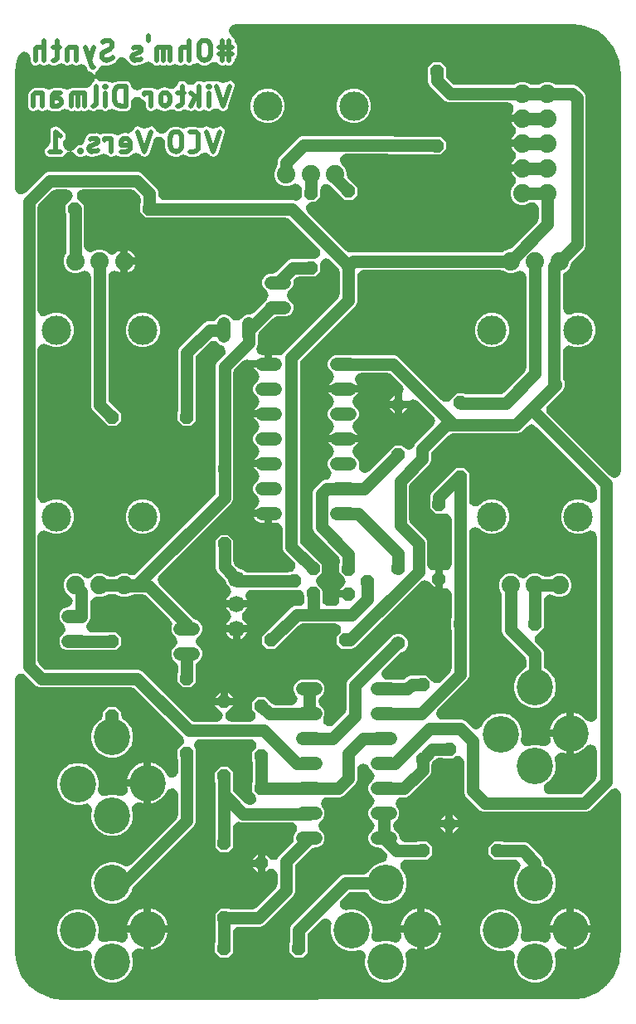
<source format=gbr>
G04 EAGLE Gerber RS-274X export*
G75*
%MOMM*%
%FSLAX34Y34*%
%LPD*%
%INBottom Copper*%
%IPPOS*%
%AMOC8*
5,1,8,0,0,1.08239X$1,22.5*%
G01*
G04 Define Apertures*
%ADD10C,0.508000*%
%ADD11P,1.42962X8X292.5*%
%ADD12C,1.408000*%
%ADD13C,1.320800*%
%ADD14C,1.879600*%
%ADD15P,1.42962X8X112.5*%
%ADD16P,1.42962X8X22.5*%
%ADD17P,1.42962X8X202.5*%
%ADD18C,1.700000*%
%ADD19C,3.000000*%
%ADD20C,3.716000*%
%ADD21C,1.270000*%
%ADD22C,1.524000*%
G36*
X617050Y535588D02*
X614581Y535045D01*
X612097Y535509D01*
X611387Y535979D01*
X611383Y535972D01*
X611383Y535972D01*
X611221Y536089D01*
X609990Y536905D01*
X609733Y537162D01*
X609733Y537162D01*
X546732Y600163D01*
X545415Y602083D01*
X544872Y604552D01*
X545336Y607036D01*
X546732Y609143D01*
X562063Y624474D01*
X563416Y627742D01*
X563416Y632618D01*
X562375Y635131D01*
X561892Y637561D01*
X561892Y663735D01*
X562301Y665977D01*
X563646Y668116D01*
X565719Y669562D01*
X568191Y670085D01*
X570672Y669602D01*
X573911Y668260D01*
X580889Y668260D01*
X587336Y670930D01*
X592270Y675864D01*
X594940Y682311D01*
X594940Y689289D01*
X592270Y695736D01*
X587336Y700670D01*
X580889Y703340D01*
X573911Y703340D01*
X570672Y701998D01*
X568444Y701518D01*
X565953Y701942D01*
X563824Y703304D01*
X562395Y705388D01*
X561892Y707865D01*
X561892Y740082D01*
X562337Y742418D01*
X563716Y744536D01*
X564645Y745162D01*
X568521Y749038D01*
X570665Y754215D01*
X570802Y754919D01*
X572198Y757026D01*
X583609Y768436D01*
X584962Y771704D01*
X584962Y924296D01*
X583609Y927564D01*
X576536Y934637D01*
X573268Y935990D01*
X556723Y935990D01*
X554340Y936454D01*
X553718Y936866D01*
X548475Y939038D01*
X543725Y939038D01*
X538548Y936893D01*
X537954Y936493D01*
X535477Y935990D01*
X531323Y935990D01*
X528940Y936454D01*
X528318Y936866D01*
X523075Y939038D01*
X518325Y939038D01*
X513148Y936893D01*
X512554Y936493D01*
X510077Y935990D01*
X452845Y935990D01*
X450461Y936454D01*
X448355Y937850D01*
X444074Y942131D01*
X442717Y944144D01*
X442214Y946621D01*
X442214Y953748D01*
X436858Y959104D01*
X429282Y959104D01*
X423926Y953748D01*
X423926Y944539D01*
X424180Y943288D01*
X424180Y938794D01*
X425533Y935526D01*
X441496Y919563D01*
X444764Y918210D01*
X505114Y918210D01*
X507355Y917801D01*
X509495Y916456D01*
X510941Y914383D01*
X511463Y911911D01*
X510980Y909430D01*
X509357Y905510D01*
X524510Y905510D01*
X524510Y897890D01*
X509357Y897890D01*
X510579Y894938D01*
X512027Y893490D01*
X513344Y891570D01*
X513886Y889101D01*
X513423Y886617D01*
X512027Y884510D01*
X510579Y883062D01*
X509357Y880110D01*
X524510Y880110D01*
X524510Y872490D01*
X509357Y872490D01*
X510579Y869538D01*
X512027Y868090D01*
X513344Y866170D01*
X513886Y863701D01*
X513423Y861217D01*
X512027Y859110D01*
X510579Y857662D01*
X509357Y854710D01*
X524510Y854710D01*
X524510Y847090D01*
X509357Y847090D01*
X510579Y844138D01*
X512027Y842690D01*
X513344Y840770D01*
X513886Y838301D01*
X513423Y835817D01*
X512027Y833710D01*
X510579Y832262D01*
X508762Y827875D01*
X508762Y823125D01*
X510579Y818738D01*
X513938Y815379D01*
X518325Y813562D01*
X523075Y813562D01*
X528430Y815780D01*
X530658Y816260D01*
X533149Y815837D01*
X535278Y814475D01*
X536707Y812390D01*
X537210Y809914D01*
X537210Y799813D01*
X536746Y797429D01*
X535350Y795323D01*
X509626Y769598D01*
X507612Y768241D01*
X506881Y768093D01*
X500848Y765593D01*
X500254Y765193D01*
X497777Y764690D01*
X344745Y764690D01*
X342361Y765154D01*
X340255Y766550D01*
X301289Y805516D01*
X300013Y807344D01*
X299432Y809804D01*
X299856Y812295D01*
X301218Y814424D01*
X303302Y815853D01*
X305779Y816356D01*
X308588Y816356D01*
X313944Y821712D01*
X313944Y828332D01*
X314353Y830574D01*
X315698Y832714D01*
X317771Y834159D01*
X320243Y834682D01*
X322724Y834199D01*
X323156Y834020D01*
X325216Y832644D01*
X331896Y825964D01*
X332639Y824862D01*
X339112Y818388D01*
X346688Y818388D01*
X352044Y823744D01*
X352044Y831320D01*
X345533Y837831D01*
X344469Y838536D01*
X343090Y839915D01*
X341733Y841928D01*
X341230Y844405D01*
X341230Y846775D01*
X339413Y851162D01*
X335933Y854642D01*
X334658Y856470D01*
X334076Y858930D01*
X334500Y861421D01*
X335862Y863550D01*
X337946Y864979D01*
X340423Y865482D01*
X383559Y865482D01*
X384082Y865378D01*
X425890Y865378D01*
X428273Y864914D01*
X428723Y864616D01*
X436858Y864616D01*
X442214Y869972D01*
X442214Y877548D01*
X436858Y882904D01*
X436207Y882904D01*
X434930Y883158D01*
X390020Y883158D01*
X389498Y883262D01*
X295369Y883262D01*
X292102Y881909D01*
X271755Y861562D01*
X270402Y858295D01*
X270402Y855023D01*
X269938Y852640D01*
X269526Y852018D01*
X267354Y846775D01*
X267354Y842025D01*
X269171Y837638D01*
X272530Y834279D01*
X276917Y832462D01*
X281667Y832462D01*
X286622Y834515D01*
X288850Y834995D01*
X291341Y834571D01*
X293470Y833209D01*
X294899Y831125D01*
X295402Y828648D01*
X295402Y824205D01*
X294993Y821963D01*
X293648Y819824D01*
X291575Y818378D01*
X289103Y817855D01*
X286622Y818338D01*
X286502Y818388D01*
X154940Y818388D01*
X152651Y818815D01*
X150522Y820177D01*
X149093Y822261D01*
X148590Y824738D01*
X148590Y827268D01*
X147237Y830536D01*
X132036Y845737D01*
X128768Y847090D01*
X36332Y847090D01*
X33064Y845737D01*
X13380Y826053D01*
X11552Y824777D01*
X9092Y824196D01*
X6601Y824620D01*
X4472Y825982D01*
X3043Y828066D01*
X2540Y830543D01*
X2540Y947454D01*
X2541Y947456D01*
X2540Y949221D01*
X2594Y950050D01*
X4019Y960895D01*
X4448Y962497D01*
X5871Y965935D01*
X7038Y967776D01*
X9076Y969271D01*
X11535Y969853D01*
X14027Y969429D01*
X16156Y968067D01*
X17585Y965983D01*
X18088Y963506D01*
X18088Y960055D01*
X18861Y958188D01*
X20290Y956759D01*
X22157Y955985D01*
X24178Y955985D01*
X25253Y956431D01*
X27633Y956914D01*
X30113Y956431D01*
X31188Y955985D01*
X33209Y955985D01*
X34287Y956432D01*
X36667Y956915D01*
X39147Y956432D01*
X40225Y955985D01*
X42364Y955985D01*
X44048Y955985D01*
X47028Y957219D01*
X49407Y957703D01*
X51888Y957219D01*
X54867Y955985D01*
X56888Y955985D01*
X57963Y956431D01*
X60343Y956914D01*
X62823Y956431D01*
X63898Y955985D01*
X65919Y955985D01*
X67416Y956605D01*
X69694Y957087D01*
X72182Y956643D01*
X74300Y955265D01*
X75713Y953169D01*
X75898Y952723D01*
X76055Y952301D01*
X76306Y951548D01*
X76867Y950987D01*
X77174Y950657D01*
X77694Y950058D01*
X78427Y949754D01*
X78837Y949567D01*
X79962Y949004D01*
X79967Y949003D01*
X79981Y948995D01*
X80508Y948732D01*
X80484Y948684D01*
X82118Y947675D01*
X83580Y945614D01*
X84122Y943146D01*
X83659Y940661D01*
X82263Y938554D01*
X81405Y937696D01*
X81136Y937045D01*
X79830Y935057D01*
X77746Y933628D01*
X75269Y933125D01*
X61673Y933125D01*
X57907Y931565D01*
X55578Y931083D01*
X53093Y931546D01*
X52379Y932020D01*
X49709Y933125D01*
X42499Y933125D01*
X39209Y931762D01*
X36880Y931280D01*
X34395Y931743D01*
X34146Y931909D01*
X31208Y933125D01*
X22869Y933125D01*
X19757Y931836D01*
X17376Y929455D01*
X16087Y926343D01*
X16087Y924659D01*
X16087Y924659D01*
X16087Y913488D01*
X16860Y911621D01*
X18289Y910192D01*
X20156Y909419D01*
X22177Y909419D01*
X23252Y909864D01*
X25632Y910347D01*
X28112Y909864D01*
X29187Y909419D01*
X31208Y909419D01*
X33067Y910189D01*
X35447Y910672D01*
X37927Y910189D01*
X39786Y909419D01*
X45876Y909419D01*
X45877Y909419D01*
X47938Y909419D01*
X50580Y910691D01*
X53234Y911319D01*
X55718Y910856D01*
X56097Y910605D01*
X58960Y909419D01*
X61037Y909419D01*
X63307Y909880D01*
X65673Y909419D01*
X67810Y909419D01*
X70080Y909880D01*
X72446Y909419D01*
X74528Y909419D01*
X75895Y909985D01*
X77414Y910403D01*
X79938Y910260D01*
X83145Y909419D01*
X84009Y909419D01*
X86360Y910393D01*
X88740Y910876D01*
X91221Y910393D01*
X93572Y909419D01*
X95593Y909419D01*
X98099Y910457D01*
X98896Y910999D01*
X101369Y911522D01*
X103850Y911038D01*
X107760Y909419D01*
X116548Y909419D01*
X118415Y910192D01*
X119844Y911621D01*
X120618Y913488D01*
X120618Y917254D01*
X121009Y919448D01*
X122337Y921599D01*
X124398Y923061D01*
X126866Y923603D01*
X129351Y923140D01*
X131458Y921744D01*
X131721Y921481D01*
X132372Y921211D01*
X134360Y919906D01*
X135789Y917821D01*
X136292Y915345D01*
X136292Y913488D01*
X137065Y911621D01*
X138494Y910192D01*
X140361Y909419D01*
X142382Y909419D01*
X145416Y910675D01*
X145437Y910626D01*
X147132Y911204D01*
X149653Y911021D01*
X151207Y910226D01*
X155826Y909172D01*
X161510Y910469D01*
X161513Y910454D01*
X163066Y910782D01*
X165546Y910299D01*
X167672Y909419D01*
X169811Y909419D01*
X171495Y909419D01*
X173697Y910331D01*
X176674Y910790D01*
X179098Y910076D01*
X180118Y909536D01*
X182130Y909346D01*
X184344Y910027D01*
X186161Y910308D01*
X188642Y909825D01*
X189622Y909419D01*
X191643Y909419D01*
X193070Y910010D01*
X195450Y910493D01*
X197930Y910010D01*
X199357Y909419D01*
X201378Y909419D01*
X203470Y910285D01*
X205448Y911541D01*
X207949Y911907D01*
X210394Y911268D01*
X210969Y910826D01*
X211422Y910599D01*
X212225Y910063D01*
X212606Y909936D01*
X213438Y909592D01*
X213797Y909412D01*
X214132Y909345D01*
X214533Y909374D01*
X215433Y909374D01*
X215834Y909345D01*
X216169Y909412D01*
X216528Y909592D01*
X217360Y909936D01*
X217741Y910063D01*
X218025Y910253D01*
X218288Y910557D01*
X218925Y911193D01*
X219229Y911457D01*
X219418Y911740D01*
X219545Y912122D01*
X219890Y912953D01*
X220070Y913313D01*
X220258Y914259D01*
X226895Y934171D01*
X226752Y936187D01*
X225848Y937994D01*
X224321Y939318D01*
X222404Y939957D01*
X220388Y939814D01*
X217823Y938531D01*
X214583Y937874D01*
X212143Y938531D01*
X209578Y939814D01*
X207562Y939957D01*
X206618Y939643D01*
X204660Y939317D01*
X202180Y939800D01*
X201943Y939899D01*
X198793Y939899D01*
X197648Y939424D01*
X195269Y938941D01*
X192788Y939424D01*
X191643Y939899D01*
X189622Y939899D01*
X187755Y939125D01*
X186405Y937776D01*
X184485Y936459D01*
X182017Y935916D01*
X179532Y936380D01*
X177425Y937776D01*
X176075Y939125D01*
X174208Y939899D01*
X172187Y939899D01*
X170320Y939125D01*
X168891Y937696D01*
X168178Y935975D01*
X167577Y934855D01*
X165775Y933083D01*
X163425Y932154D01*
X160899Y932214D01*
X155826Y933372D01*
X151381Y932357D01*
X150513Y931831D01*
X148044Y931289D01*
X145560Y931752D01*
X145332Y931903D01*
X142382Y933125D01*
X133588Y933125D01*
X131721Y932352D01*
X131458Y932089D01*
X129629Y930814D01*
X127170Y930232D01*
X124679Y930656D01*
X122550Y932018D01*
X121121Y934102D01*
X120916Y935108D01*
X119844Y937696D01*
X118415Y939125D01*
X116548Y939899D01*
X107760Y939899D01*
X104249Y938444D01*
X101920Y937962D01*
X99436Y938425D01*
X98970Y938733D01*
X96157Y939899D01*
X92914Y939899D01*
X90991Y939468D01*
X88493Y939852D01*
X86343Y941180D01*
X84880Y943241D01*
X84338Y945710D01*
X84801Y948194D01*
X86197Y950301D01*
X87310Y951414D01*
X87580Y952065D01*
X88886Y954053D01*
X90970Y955482D01*
X93447Y955985D01*
X95454Y955985D01*
X95454Y955985D01*
X98378Y955985D01*
X103776Y958234D01*
X105259Y959730D01*
X105954Y960929D01*
X107397Y962636D01*
X109625Y963829D01*
X112142Y964058D01*
X114549Y963287D01*
X116465Y961639D01*
X119605Y957593D01*
X123003Y955959D01*
X124889Y955986D01*
X128936Y956044D01*
X132745Y957414D01*
X133696Y957756D01*
X134089Y958114D01*
X135793Y959224D01*
X138261Y959766D01*
X140745Y959303D01*
X142852Y957907D01*
X144001Y956759D01*
X145868Y955985D01*
X147945Y955985D01*
X150215Y956446D01*
X152581Y955985D01*
X154718Y955985D01*
X156988Y956446D01*
X159354Y955985D01*
X161436Y955985D01*
X163486Y956835D01*
X165865Y957318D01*
X168346Y956835D01*
X170396Y955985D01*
X172417Y955985D01*
X173492Y956431D01*
X175872Y956914D01*
X178352Y956431D01*
X179427Y955985D01*
X181448Y955985D01*
X183829Y956971D01*
X184857Y957670D01*
X187329Y958192D01*
X189810Y957709D01*
X193972Y955985D01*
X198238Y955985D01*
X202530Y957763D01*
X203799Y958633D01*
X206267Y959175D01*
X208751Y958712D01*
X210858Y957316D01*
X211416Y956759D01*
X213283Y955985D01*
X215360Y955985D01*
X217629Y956446D01*
X219995Y955985D01*
X222077Y955985D01*
X223944Y956759D01*
X225373Y958188D01*
X226271Y960354D01*
X226611Y962101D01*
X228006Y964208D01*
X228760Y964961D01*
X229533Y966828D01*
X229533Y968905D01*
X229072Y971175D01*
X229533Y973541D01*
X229533Y975622D01*
X228760Y977490D01*
X228006Y978243D01*
X226650Y980256D01*
X226281Y982071D01*
X225373Y984263D01*
X223429Y986207D01*
X222965Y986501D01*
X221469Y988538D01*
X220887Y990998D01*
X221309Y993489D01*
X222671Y995619D01*
X224754Y997049D01*
X227231Y997553D01*
X572550Y997693D01*
X573379Y997639D01*
X584230Y996215D01*
X585832Y995786D01*
X595943Y991601D01*
X597380Y990773D01*
X606063Y984113D01*
X607236Y982941D01*
X613899Y974260D01*
X614729Y972824D01*
X618918Y962714D01*
X619347Y961112D01*
X620776Y950262D01*
X620830Y949433D01*
X620830Y541395D01*
X620439Y539200D01*
X619111Y537050D01*
X617050Y535588D01*
G37*
%LPC*%
G36*
X256803Y896860D02*
X263781Y896860D01*
X270228Y899530D01*
X275162Y904464D01*
X277832Y910911D01*
X277832Y917889D01*
X275162Y924336D01*
X270228Y929270D01*
X263781Y931940D01*
X256803Y931940D01*
X250356Y929270D01*
X245422Y924336D01*
X242752Y917889D01*
X242752Y910911D01*
X245422Y904464D01*
X250356Y899530D01*
X256803Y896860D01*
G37*
G36*
X344803Y896860D02*
X351781Y896860D01*
X358228Y899530D01*
X363162Y904464D01*
X365832Y910911D01*
X365832Y917889D01*
X363162Y924336D01*
X358228Y929270D01*
X351781Y931940D01*
X344803Y931940D01*
X338356Y929270D01*
X333422Y924336D01*
X330752Y917889D01*
X330752Y910911D01*
X333422Y904464D01*
X338356Y899530D01*
X344803Y896860D01*
G37*
G36*
X205428Y862807D02*
X205829Y862779D01*
X206164Y862845D01*
X206523Y863025D01*
X207355Y863370D01*
X207737Y863497D01*
X208020Y863686D01*
X208284Y863990D01*
X208920Y864627D01*
X209224Y864890D01*
X209413Y865174D01*
X209541Y865555D01*
X209885Y866387D01*
X210065Y866746D01*
X210253Y867692D01*
X216890Y887604D01*
X216747Y889620D01*
X215843Y891428D01*
X214316Y892752D01*
X212399Y893391D01*
X210383Y893248D01*
X207818Y891965D01*
X204578Y891307D01*
X202138Y891965D01*
X199573Y893248D01*
X197557Y893391D01*
X195083Y892566D01*
X194693Y892321D01*
X192220Y891798D01*
X189740Y892281D01*
X187203Y893332D01*
X185295Y893332D01*
X185295Y893332D01*
X179769Y893332D01*
X176827Y892114D01*
X176826Y892113D01*
X176824Y892112D01*
X176735Y892075D01*
X176728Y892092D01*
X174353Y891590D01*
X171872Y892073D01*
X168834Y893332D01*
X164567Y893332D01*
X160625Y891699D01*
X156715Y887789D01*
X156643Y887861D01*
X155245Y886693D01*
X152827Y885958D01*
X150313Y886224D01*
X148103Y887449D01*
X146546Y889439D01*
X145551Y891428D01*
X144025Y892752D01*
X142107Y893391D01*
X140091Y893248D01*
X137526Y891965D01*
X134287Y891307D01*
X131846Y891965D01*
X129281Y893248D01*
X127265Y893391D01*
X125348Y892752D01*
X123821Y891428D01*
X123094Y889973D01*
X120878Y887491D01*
X118528Y886562D01*
X116001Y886622D01*
X115199Y886805D01*
X110754Y885791D01*
X109886Y885265D01*
X107417Y884722D01*
X104933Y885186D01*
X104705Y885337D01*
X101755Y886559D01*
X92961Y886559D01*
X91871Y886107D01*
X89139Y885631D01*
X86689Y886251D01*
X85996Y886585D01*
X84110Y886558D01*
X82275Y886532D01*
X78691Y885736D01*
X77017Y884982D01*
X77017Y884982D01*
X76096Y884567D01*
X74711Y883095D01*
X73994Y881206D01*
X74010Y880684D01*
X73586Y878202D01*
X72224Y876073D01*
X70140Y874644D01*
X67718Y874152D01*
X65824Y873367D01*
X64229Y871773D01*
X63265Y870278D01*
X61203Y868816D01*
X58735Y868274D01*
X56251Y868737D01*
X54144Y870133D01*
X52962Y871314D01*
X51965Y872609D01*
X51153Y875003D01*
X51339Y877523D01*
X52494Y879771D01*
X53758Y881352D01*
X54321Y883293D01*
X54098Y885302D01*
X53123Y887072D01*
X47183Y891823D01*
X46660Y892292D01*
X46184Y892768D01*
X45538Y892955D01*
X44875Y893188D01*
X44253Y893445D01*
X43584Y893371D01*
X42883Y893332D01*
X42209Y893332D01*
X41620Y893007D01*
X40987Y892703D01*
X40365Y892445D01*
X39944Y891920D01*
X39476Y891396D01*
X39000Y890920D01*
X38813Y890274D01*
X38580Y889611D01*
X38323Y888989D01*
X38397Y888320D01*
X38436Y887619D01*
X38436Y877907D01*
X37990Y875571D01*
X36612Y873453D01*
X35375Y872619D01*
X33565Y870810D01*
X32791Y868942D01*
X32791Y866922D01*
X33565Y865054D01*
X34994Y863625D01*
X36861Y862852D01*
X50171Y862852D01*
X52038Y863625D01*
X54075Y865663D01*
X54266Y865961D01*
X56316Y867439D01*
X58780Y868001D01*
X61268Y867557D01*
X63386Y866178D01*
X63621Y865828D01*
X65824Y863625D01*
X67691Y862852D01*
X70841Y862852D01*
X72563Y863565D01*
X75295Y864041D01*
X77745Y863421D01*
X78983Y862826D01*
X80869Y862853D01*
X84916Y862910D01*
X88725Y864281D01*
X90307Y864850D01*
X90666Y865084D01*
X93134Y865626D01*
X95619Y865163D01*
X97725Y863767D01*
X97867Y863625D01*
X99734Y862852D01*
X101755Y862852D01*
X103284Y863485D01*
X105664Y863969D01*
X108144Y863485D01*
X109673Y862852D01*
X118012Y862852D01*
X121124Y864141D01*
X121670Y864687D01*
X123185Y865807D01*
X125609Y866523D01*
X128120Y866237D01*
X130321Y864994D01*
X130744Y864626D01*
X131381Y863990D01*
X131644Y863686D01*
X131928Y863497D01*
X132309Y863370D01*
X133141Y863025D01*
X133500Y862845D01*
X133835Y862779D01*
X134236Y862807D01*
X135136Y862807D01*
X135537Y862779D01*
X135872Y862845D01*
X136232Y863025D01*
X137063Y863370D01*
X137445Y863497D01*
X137728Y863686D01*
X137992Y863990D01*
X138628Y864627D01*
X138932Y864890D01*
X139122Y865174D01*
X139249Y865555D01*
X139593Y866387D01*
X139773Y866746D01*
X139961Y867692D01*
X143602Y878614D01*
X144926Y880877D01*
X146964Y882371D01*
X149423Y882953D01*
X151915Y882529D01*
X154044Y881167D01*
X155473Y879083D01*
X155976Y876606D01*
X155976Y871443D01*
X157609Y867502D01*
X160625Y864485D01*
X164567Y862852D01*
X168834Y862852D01*
X171872Y864111D01*
X174201Y864593D01*
X176686Y864130D01*
X176731Y864100D01*
X176735Y864109D01*
X179769Y862852D01*
X187203Y862852D01*
X190730Y864313D01*
X191502Y865085D01*
X193018Y866205D01*
X195441Y866921D01*
X197952Y866635D01*
X200153Y865392D01*
X201036Y864627D01*
X201673Y863990D01*
X201936Y863686D01*
X202220Y863497D01*
X202601Y863370D01*
X203433Y863025D01*
X203792Y862845D01*
X204127Y862779D01*
X204528Y862807D01*
X205428Y862807D01*
G37*
%LPD*%
G36*
X580364Y212593D02*
X577887Y212090D01*
X548572Y212090D01*
X547224Y212235D01*
X544910Y213252D01*
X543177Y215091D01*
X542298Y217461D01*
X542413Y219985D01*
X543504Y222265D01*
X545397Y223939D01*
X546368Y224500D01*
X550300Y228432D01*
X553081Y233248D01*
X554520Y238619D01*
X554520Y244181D01*
X553804Y246853D01*
X553755Y249944D01*
X554809Y252240D01*
X556675Y253944D01*
X559059Y254785D01*
X561581Y254630D01*
X565590Y253556D01*
X565590Y270590D01*
X548556Y270590D01*
X548996Y268947D01*
X549045Y265856D01*
X547991Y263560D01*
X546125Y261856D01*
X543741Y261015D01*
X541219Y261170D01*
X536181Y262520D01*
X530619Y262520D01*
X526947Y261536D01*
X523856Y261487D01*
X521560Y262541D01*
X519856Y264407D01*
X519015Y266791D01*
X519170Y269313D01*
X519520Y270619D01*
X519520Y276181D01*
X518081Y281552D01*
X515300Y286368D01*
X511368Y290300D01*
X506552Y293081D01*
X501181Y294520D01*
X495619Y294520D01*
X490248Y293081D01*
X485432Y290300D01*
X481500Y286368D01*
X478795Y281682D01*
X477926Y280513D01*
X475865Y279051D01*
X473397Y278508D01*
X470912Y278972D01*
X468805Y280367D01*
X462236Y286937D01*
X458968Y288290D01*
X438875Y288290D01*
X436680Y288681D01*
X434530Y290009D01*
X433068Y292070D01*
X432525Y294539D01*
X432989Y297023D01*
X434385Y299130D01*
X464737Y329482D01*
X466090Y332750D01*
X466090Y379346D01*
X466344Y380650D01*
X466344Y391439D01*
X466090Y392690D01*
X466090Y478474D01*
X466481Y480669D01*
X467809Y482819D01*
X469870Y484281D01*
X472339Y484824D01*
X474823Y484360D01*
X476930Y482965D01*
X479464Y480430D01*
X485911Y477760D01*
X492889Y477760D01*
X499336Y480430D01*
X504270Y485364D01*
X506940Y491811D01*
X506940Y498789D01*
X504270Y505236D01*
X499336Y510170D01*
X492889Y512840D01*
X485911Y512840D01*
X479464Y510170D01*
X476930Y507635D01*
X475102Y506360D01*
X472642Y505779D01*
X470151Y506203D01*
X468022Y507564D01*
X466593Y509649D01*
X466090Y512126D01*
X466090Y528760D01*
X466344Y530064D01*
X466344Y539220D01*
X460988Y544576D01*
X453358Y544576D01*
X451462Y543309D01*
X450640Y542969D01*
X427819Y520148D01*
X426466Y516880D01*
X426466Y514418D01*
X426212Y513114D01*
X426212Y503958D01*
X431568Y498602D01*
X440984Y498602D01*
X441758Y498785D01*
X444249Y498361D01*
X446378Y496999D01*
X447807Y494915D01*
X448310Y492438D01*
X448310Y446854D01*
X447919Y444659D01*
X446591Y442509D01*
X444530Y441047D01*
X442061Y440505D01*
X441067Y440690D01*
X439166Y440690D01*
X439166Y422402D01*
X440984Y422402D01*
X441758Y422585D01*
X444249Y422161D01*
X446378Y420799D01*
X447807Y418715D01*
X448310Y416238D01*
X448310Y392690D01*
X448056Y391386D01*
X448056Y380597D01*
X448310Y379346D01*
X448310Y340831D01*
X447846Y338447D01*
X446450Y336341D01*
X437486Y327376D01*
X435565Y326059D01*
X433097Y325517D01*
X430612Y325980D01*
X428505Y327376D01*
X422380Y333502D01*
X413171Y333502D01*
X411920Y333248D01*
X405902Y333248D01*
X402634Y331895D01*
X401276Y330536D01*
X399262Y329179D01*
X396785Y328676D01*
X382995Y328676D01*
X380800Y329067D01*
X378650Y330395D01*
X377188Y332456D01*
X376645Y334925D01*
X377109Y337409D01*
X378505Y339516D01*
X394400Y355411D01*
X396460Y356788D01*
X399127Y357892D01*
X401822Y360587D01*
X403280Y364108D01*
X403280Y367920D01*
X401822Y371441D01*
X399127Y374136D01*
X395606Y375594D01*
X391794Y375594D01*
X387771Y373928D01*
X341967Y328124D01*
X340614Y324856D01*
X340614Y298413D01*
X340150Y296029D01*
X338754Y293923D01*
X327906Y283075D01*
X326124Y281821D01*
X323669Y281220D01*
X321174Y281624D01*
X319035Y282968D01*
X317589Y285041D01*
X317066Y287514D01*
X317549Y289995D01*
X318510Y292313D01*
X318510Y295951D01*
X317118Y299312D01*
X314087Y302342D01*
X312771Y304262D01*
X312228Y306731D01*
X312692Y309215D01*
X314087Y311322D01*
X317118Y314352D01*
X318510Y317713D01*
X318510Y321351D01*
X317118Y324712D01*
X314545Y327284D01*
X311185Y328676D01*
X294339Y328676D01*
X290978Y327284D01*
X288406Y324712D01*
X287014Y321351D01*
X287014Y317713D01*
X288406Y314352D01*
X288896Y313862D01*
X290171Y312034D01*
X290753Y309574D01*
X290329Y307083D01*
X288967Y304954D01*
X286883Y303525D01*
X284406Y303022D01*
X268872Y303022D01*
X266489Y303486D01*
X264382Y304882D01*
X257788Y311476D01*
X250212Y311476D01*
X244856Y306120D01*
X244856Y298544D01*
X246302Y297098D01*
X247577Y295270D01*
X248159Y292810D01*
X247735Y290319D01*
X246373Y288190D01*
X244289Y286761D01*
X241812Y286258D01*
X223588Y286258D01*
X221393Y286649D01*
X219243Y287977D01*
X217781Y290038D01*
X217239Y292507D01*
X217702Y294991D01*
X219098Y297098D01*
X225022Y303022D01*
X206778Y303022D01*
X212702Y297098D01*
X213977Y295270D01*
X214559Y292810D01*
X214135Y290319D01*
X212773Y288190D01*
X210689Y286761D01*
X208212Y286258D01*
X186145Y286258D01*
X183761Y286722D01*
X181655Y288118D01*
X132036Y337737D01*
X128768Y339090D01*
X35523Y339090D01*
X33139Y339554D01*
X31033Y340950D01*
X27260Y344723D01*
X25903Y346736D01*
X25400Y349213D01*
X25400Y474889D01*
X25809Y477130D01*
X27154Y479270D01*
X29227Y480716D01*
X31699Y481238D01*
X34180Y480755D01*
X41411Y477760D01*
X48389Y477760D01*
X54836Y480430D01*
X59770Y485364D01*
X62440Y491811D01*
X62440Y498789D01*
X59770Y505236D01*
X54836Y510170D01*
X48389Y512840D01*
X41411Y512840D01*
X34180Y509845D01*
X31952Y509365D01*
X29461Y509788D01*
X27332Y511150D01*
X25903Y513235D01*
X25400Y515711D01*
X25400Y665389D01*
X25809Y667630D01*
X27154Y669770D01*
X29227Y671216D01*
X31699Y671738D01*
X34180Y671255D01*
X41411Y668260D01*
X48389Y668260D01*
X54836Y670930D01*
X59770Y675864D01*
X62440Y682311D01*
X62440Y689289D01*
X59770Y695736D01*
X54836Y700670D01*
X48389Y703340D01*
X41411Y703340D01*
X34180Y700345D01*
X31952Y699865D01*
X29461Y700288D01*
X27332Y701650D01*
X25903Y703735D01*
X25400Y706211D01*
X25400Y810297D01*
X25864Y812681D01*
X27260Y814788D01*
X39923Y827450D01*
X41936Y828807D01*
X44413Y829310D01*
X55050Y829310D01*
X57245Y828919D01*
X59395Y827591D01*
X60857Y825530D01*
X61399Y823061D01*
X60936Y820577D01*
X59540Y818470D01*
X54356Y813286D01*
X54356Y805127D01*
X54507Y804903D01*
X55010Y802426D01*
X55010Y766423D01*
X54546Y764040D01*
X54134Y763418D01*
X51962Y758175D01*
X51962Y753425D01*
X53779Y749038D01*
X57138Y745679D01*
X61525Y743862D01*
X66275Y743862D01*
X71230Y745915D01*
X73458Y746395D01*
X75949Y745971D01*
X78078Y744609D01*
X79507Y742525D01*
X80010Y740048D01*
X80010Y607832D01*
X81363Y604564D01*
X90596Y595332D01*
X91339Y594230D01*
X97812Y587756D01*
X105388Y587756D01*
X110744Y593112D01*
X110744Y600688D01*
X104233Y607199D01*
X103169Y607904D01*
X99650Y611423D01*
X98293Y613436D01*
X97790Y615913D01*
X97790Y740048D01*
X98199Y742290D01*
X99544Y744429D01*
X101617Y745875D01*
X104089Y746398D01*
X106570Y745915D01*
X110090Y744457D01*
X110090Y767143D01*
X107138Y765921D01*
X105890Y764673D01*
X103970Y763356D01*
X101501Y762814D01*
X99017Y763277D01*
X96910Y764673D01*
X95662Y765921D01*
X91275Y767738D01*
X86525Y767738D01*
X81570Y765685D01*
X79342Y765205D01*
X76851Y765629D01*
X74722Y766991D01*
X73293Y769075D01*
X72790Y771552D01*
X72790Y811748D01*
X72644Y812482D01*
X72644Y813286D01*
X67460Y818470D01*
X66185Y820298D01*
X65603Y822758D01*
X66027Y825249D01*
X67389Y827378D01*
X69473Y828807D01*
X71950Y829310D01*
X120687Y829310D01*
X123071Y828846D01*
X125178Y827450D01*
X128950Y823678D01*
X130307Y821664D01*
X130810Y819187D01*
X130810Y816170D01*
X130556Y814866D01*
X130556Y805710D01*
X135912Y800354D01*
X145121Y800354D01*
X146372Y800608D01*
X278421Y800608D01*
X280805Y800144D01*
X282912Y798748D01*
X312376Y769284D01*
X313651Y767456D01*
X314232Y764996D01*
X313808Y762505D01*
X312447Y760376D01*
X310362Y758947D01*
X307885Y758444D01*
X299379Y758444D01*
X298128Y758190D01*
X284236Y758190D01*
X280968Y756837D01*
X269196Y745064D01*
X267182Y743707D01*
X264705Y743204D01*
X262341Y743204D01*
X258980Y741812D01*
X256408Y739240D01*
X255016Y735879D01*
X255016Y732241D01*
X256408Y728880D01*
X259438Y725850D01*
X260755Y723930D01*
X261297Y721461D01*
X260834Y718977D01*
X259438Y716870D01*
X255984Y713416D01*
X255261Y712333D01*
X246336Y703408D01*
X244322Y702051D01*
X241845Y701548D01*
X239481Y701548D01*
X236120Y700156D01*
X233090Y697126D01*
X231170Y695809D01*
X228701Y695267D01*
X226217Y695730D01*
X224110Y697126D01*
X221080Y700156D01*
X217719Y701548D01*
X214081Y701548D01*
X210720Y700156D01*
X207423Y696859D01*
X207268Y696622D01*
X205183Y695193D01*
X202707Y694690D01*
X199146Y694690D01*
X195878Y693337D01*
X170263Y667722D01*
X168910Y664454D01*
X168910Y603572D01*
X168656Y602268D01*
X168656Y593112D01*
X174012Y587756D01*
X181588Y587756D01*
X186944Y593112D01*
X186944Y602321D01*
X186690Y603572D01*
X186690Y656373D01*
X187154Y658757D01*
X188550Y660864D01*
X200435Y672749D01*
X202356Y674066D01*
X204824Y674608D01*
X207309Y674145D01*
X209416Y672749D01*
X210720Y671444D01*
X213502Y670292D01*
X215417Y669056D01*
X216879Y666995D01*
X217422Y664526D01*
X216958Y662042D01*
X215563Y659935D01*
X208617Y652990D01*
X207264Y649722D01*
X207264Y550492D01*
X207010Y549188D01*
X207010Y538399D01*
X207264Y537148D01*
X207264Y520913D01*
X206800Y518529D01*
X205404Y516423D01*
X126307Y437325D01*
X124340Y435988D01*
X121867Y435466D01*
X119387Y435949D01*
X116275Y437238D01*
X111525Y437238D01*
X106348Y435093D01*
X105754Y434693D01*
X103277Y434190D01*
X99523Y434190D01*
X97140Y434654D01*
X96518Y435066D01*
X91275Y437238D01*
X86525Y437238D01*
X82138Y435421D01*
X80890Y434173D01*
X78970Y432856D01*
X76501Y432314D01*
X74017Y432777D01*
X71910Y434173D01*
X70662Y435421D01*
X66275Y437238D01*
X61525Y437238D01*
X57138Y435421D01*
X53779Y432062D01*
X51962Y427675D01*
X51962Y422925D01*
X53779Y418538D01*
X57138Y415179D01*
X57294Y415115D01*
X59282Y413809D01*
X60711Y411725D01*
X61214Y409248D01*
X61214Y409194D01*
X60787Y406905D01*
X59425Y404776D01*
X57341Y403347D01*
X55282Y402929D01*
X51716Y401452D01*
X49144Y398880D01*
X47752Y395519D01*
X47752Y391881D01*
X49144Y388520D01*
X52174Y385490D01*
X53491Y383570D01*
X54033Y381101D01*
X53570Y378617D01*
X52174Y376510D01*
X49144Y373480D01*
X47752Y370119D01*
X47752Y366481D01*
X49144Y363120D01*
X51716Y360548D01*
X55077Y359156D01*
X72522Y359156D01*
X73799Y359410D01*
X94928Y359410D01*
X96232Y359156D01*
X105388Y359156D01*
X110744Y364512D01*
X110744Y372088D01*
X105388Y377444D01*
X96179Y377444D01*
X94928Y377190D01*
X81856Y377190D01*
X79661Y377581D01*
X77511Y378909D01*
X76049Y380970D01*
X75507Y383439D01*
X75970Y385923D01*
X77366Y388030D01*
X77856Y388520D01*
X79248Y391881D01*
X79248Y396118D01*
X78994Y397395D01*
X78994Y407012D01*
X79421Y409301D01*
X80783Y411430D01*
X82867Y412859D01*
X85344Y413362D01*
X91275Y413362D01*
X96452Y415507D01*
X97046Y415907D01*
X99523Y416410D01*
X103277Y416410D01*
X105660Y415946D01*
X106282Y415534D01*
X111525Y413362D01*
X116275Y413362D01*
X121602Y415569D01*
X124032Y416052D01*
X132625Y416052D01*
X135009Y415588D01*
X137116Y414192D01*
X160937Y390371D01*
X162274Y388404D01*
X162797Y385931D01*
X162314Y383450D01*
X162052Y382819D01*
X162052Y379181D01*
X163444Y375820D01*
X166474Y372790D01*
X167791Y370870D01*
X168333Y368401D01*
X167870Y365917D01*
X166474Y363810D01*
X163444Y360780D01*
X162052Y357419D01*
X162052Y353781D01*
X163444Y350420D01*
X166741Y347123D01*
X166978Y346968D01*
X168407Y344883D01*
X168910Y342407D01*
X168910Y336872D01*
X168656Y335568D01*
X168656Y326412D01*
X174012Y321056D01*
X181588Y321056D01*
X186944Y326412D01*
X186944Y335621D01*
X186690Y336872D01*
X186690Y342407D01*
X187136Y344743D01*
X188515Y346861D01*
X188766Y347031D01*
X192156Y350420D01*
X193548Y353781D01*
X193548Y357419D01*
X192156Y360780D01*
X189126Y363810D01*
X187809Y365730D01*
X187267Y368199D01*
X187730Y370683D01*
X189126Y372790D01*
X192156Y375820D01*
X193548Y379181D01*
X193548Y382819D01*
X192156Y386180D01*
X189584Y388752D01*
X187536Y389600D01*
X185476Y390977D01*
X149780Y426673D01*
X148463Y428593D01*
X147920Y431062D01*
X148384Y433546D01*
X149780Y435653D01*
X223691Y509564D01*
X225044Y512832D01*
X225044Y537148D01*
X225298Y538453D01*
X225298Y549241D01*
X225044Y550492D01*
X225044Y641641D01*
X225508Y644025D01*
X226904Y646132D01*
X234772Y653999D01*
X236600Y655274D01*
X239059Y655856D01*
X241551Y655432D01*
X243680Y654070D01*
X243707Y654031D01*
X243707Y654812D01*
X257550Y654812D01*
X257550Y660146D01*
X255060Y660146D01*
X252818Y660555D01*
X250679Y661900D01*
X249233Y663973D01*
X248710Y666445D01*
X249194Y668926D01*
X250190Y671332D01*
X250190Y675501D01*
X250444Y676778D01*
X250444Y679741D01*
X250908Y682125D01*
X252304Y684232D01*
X265729Y697656D01*
X267742Y699013D01*
X270219Y699516D01*
X279187Y699516D01*
X282548Y700908D01*
X285120Y703480D01*
X286512Y706841D01*
X286512Y710479D01*
X285120Y713840D01*
X282090Y716870D01*
X280773Y718790D01*
X280231Y721259D01*
X280694Y723743D01*
X282090Y725850D01*
X285120Y728880D01*
X286512Y732241D01*
X286512Y734060D01*
X286939Y736349D01*
X288301Y738478D01*
X290385Y739907D01*
X292862Y740410D01*
X298128Y740410D01*
X299432Y740156D01*
X308588Y740156D01*
X313944Y745512D01*
X313944Y752385D01*
X314335Y754580D01*
X315663Y756730D01*
X317724Y758192D01*
X320193Y758735D01*
X322677Y758271D01*
X324784Y756876D01*
X331896Y749764D01*
X333253Y747750D01*
X333322Y747412D01*
X333507Y747137D01*
X334010Y744660D01*
X334010Y722345D01*
X333546Y719962D01*
X332150Y717855D01*
X276077Y661782D01*
X274110Y660445D01*
X271638Y659922D01*
X270488Y660146D01*
X265170Y660146D01*
X265170Y647192D01*
X246437Y647192D01*
X247004Y645822D01*
X250034Y642792D01*
X251351Y640872D01*
X251893Y638403D01*
X251430Y635919D01*
X250034Y633812D01*
X247004Y630782D01*
X245612Y627421D01*
X245612Y623783D01*
X247004Y620422D01*
X250034Y617392D01*
X251351Y615472D01*
X251893Y613003D01*
X251430Y610519D01*
X250034Y608412D01*
X247004Y605382D01*
X246437Y604012D01*
X265170Y604012D01*
X265170Y596392D01*
X246437Y596392D01*
X247004Y595022D01*
X250034Y591992D01*
X251351Y590072D01*
X251893Y587603D01*
X251430Y585119D01*
X250034Y583012D01*
X247004Y579982D01*
X245612Y576621D01*
X245612Y572983D01*
X247004Y569622D01*
X250034Y566592D01*
X251351Y564672D01*
X251893Y562203D01*
X251430Y559719D01*
X250034Y557612D01*
X247004Y554582D01*
X246437Y553212D01*
X265170Y553212D01*
X265170Y545592D01*
X246437Y545592D01*
X247004Y544222D01*
X250034Y541192D01*
X251351Y539272D01*
X251893Y536803D01*
X251430Y534319D01*
X250034Y532212D01*
X247004Y529182D01*
X245612Y525821D01*
X245612Y522183D01*
X247004Y518822D01*
X250034Y515792D01*
X251351Y513872D01*
X251893Y511403D01*
X251430Y508919D01*
X250034Y506812D01*
X247004Y503782D01*
X246437Y502412D01*
X265170Y502412D01*
X265170Y489458D01*
X269234Y489458D01*
X271523Y489031D01*
X273652Y487669D01*
X275081Y485585D01*
X275584Y483108D01*
X275584Y463058D01*
X276937Y459790D01*
X286976Y449752D01*
X288251Y447924D01*
X288832Y445464D01*
X288408Y442973D01*
X287047Y440844D01*
X284962Y439415D01*
X282485Y438912D01*
X282361Y438912D01*
X281110Y438658D01*
X239985Y438658D01*
X237602Y439122D01*
X235495Y440518D01*
X234854Y441159D01*
X230830Y442826D01*
X228770Y444202D01*
X226904Y446069D01*
X225547Y448082D01*
X225044Y450559D01*
X225044Y460948D01*
X225298Y462253D01*
X225298Y471408D01*
X219942Y476764D01*
X212366Y476764D01*
X207010Y471408D01*
X207010Y462199D01*
X207264Y460948D01*
X207264Y442478D01*
X208617Y439210D01*
X216198Y431630D01*
X217574Y429570D01*
X219241Y425546D01*
X221197Y423590D01*
X222514Y421670D01*
X223056Y419201D01*
X222593Y416717D01*
X221197Y414610D01*
X219241Y412654D01*
X218229Y410210D01*
X238971Y410210D01*
X238189Y412098D01*
X237709Y414326D01*
X238133Y416817D01*
X239495Y418946D01*
X241579Y420375D01*
X244056Y420878D01*
X281110Y420878D01*
X282414Y420624D01*
X291338Y420624D01*
X293627Y420197D01*
X295756Y418835D01*
X297185Y416751D01*
X297688Y414274D01*
X297688Y411440D01*
X297871Y410666D01*
X297447Y408175D01*
X296085Y406046D01*
X294001Y404617D01*
X291524Y404114D01*
X288046Y404114D01*
X284778Y402761D01*
X262338Y380320D01*
X261236Y379577D01*
X254762Y373104D01*
X254762Y365528D01*
X260118Y360172D01*
X267694Y360172D01*
X274205Y366683D01*
X274910Y367748D01*
X291637Y384474D01*
X293650Y385831D01*
X296127Y386334D01*
X328862Y386334D01*
X331057Y385943D01*
X333207Y384615D01*
X334669Y382554D01*
X335211Y380085D01*
X334748Y377601D01*
X333352Y375494D01*
X330962Y373104D01*
X330962Y365528D01*
X336318Y360172D01*
X345527Y360172D01*
X345933Y360255D01*
X349615Y361779D01*
X416413Y428577D01*
X418333Y429894D01*
X420802Y430436D01*
X423286Y429973D01*
X425393Y428577D01*
X431546Y422424D01*
X431546Y440690D01*
X429768Y440690D01*
X427479Y441117D01*
X425350Y442479D01*
X423921Y444563D01*
X423418Y447040D01*
X423418Y469578D01*
X422065Y472845D01*
X406482Y488428D01*
X405125Y490441D01*
X404622Y492918D01*
X404622Y525407D01*
X405086Y527790D01*
X406482Y529897D01*
X425875Y549290D01*
X427228Y552557D01*
X427228Y558174D01*
X427692Y560558D01*
X429088Y562664D01*
X444700Y578276D01*
X446713Y579633D01*
X449190Y580136D01*
X515810Y580136D01*
X519078Y581489D01*
X525179Y587591D01*
X527099Y588907D01*
X529568Y589450D01*
X532052Y588986D01*
X534159Y587591D01*
X594840Y526910D01*
X596197Y524896D01*
X596700Y522419D01*
X596700Y515794D01*
X596291Y513552D01*
X594946Y511413D01*
X592873Y509967D01*
X590401Y509444D01*
X587920Y509928D01*
X580889Y512840D01*
X573911Y512840D01*
X567464Y510170D01*
X562530Y505236D01*
X559860Y498789D01*
X559860Y491811D01*
X562530Y485364D01*
X567464Y480430D01*
X573911Y477760D01*
X580889Y477760D01*
X587920Y480672D01*
X590148Y481153D01*
X592639Y480729D01*
X594768Y479367D01*
X596197Y477282D01*
X596700Y474806D01*
X596700Y292298D01*
X596309Y290104D01*
X594981Y287954D01*
X592920Y286492D01*
X590451Y285949D01*
X587967Y286413D01*
X585860Y287808D01*
X582368Y291300D01*
X577552Y294081D01*
X573210Y295244D01*
X573210Y253556D01*
X577552Y254719D01*
X582368Y257500D01*
X585860Y260992D01*
X587688Y262267D01*
X590148Y262848D01*
X592639Y262425D01*
X594768Y261063D01*
X596197Y258978D01*
X596700Y256502D01*
X596700Y230903D01*
X596236Y228519D01*
X594840Y226413D01*
X582378Y213950D01*
X580364Y212593D01*
G37*
%LPC*%
G36*
X117710Y759610D02*
X125243Y759610D01*
X124021Y762562D01*
X120662Y765921D01*
X117710Y767143D01*
X117710Y759610D01*
G37*
G36*
X117710Y751990D02*
X117710Y744457D01*
X120662Y745679D01*
X124021Y749038D01*
X125243Y751990D01*
X117710Y751990D01*
G37*
G36*
X129411Y668260D02*
X136389Y668260D01*
X142836Y670930D01*
X147770Y675864D01*
X150440Y682311D01*
X150440Y689289D01*
X147770Y695736D01*
X142836Y700670D01*
X136389Y703340D01*
X129411Y703340D01*
X122964Y700670D01*
X118030Y695736D01*
X115360Y689289D01*
X115360Y682311D01*
X118030Y675864D01*
X122964Y670930D01*
X129411Y668260D01*
G37*
G36*
X129411Y477760D02*
X136389Y477760D01*
X142836Y480430D01*
X147770Y485364D01*
X150440Y491811D01*
X150440Y498789D01*
X147770Y505236D01*
X142836Y510170D01*
X136389Y512840D01*
X129411Y512840D01*
X122964Y510170D01*
X118030Y505236D01*
X115360Y498789D01*
X115360Y491811D01*
X118030Y485364D01*
X122964Y480430D01*
X129411Y477760D01*
G37*
G36*
X252937Y489458D02*
X257550Y489458D01*
X257550Y494792D01*
X246437Y494792D01*
X247004Y493422D01*
X249576Y490850D01*
X252937Y489458D01*
G37*
G36*
X530619Y300280D02*
X536181Y300280D01*
X541552Y301719D01*
X546368Y304500D01*
X550300Y308432D01*
X553081Y313248D01*
X554520Y318619D01*
X554520Y324181D01*
X553081Y329552D01*
X550300Y334368D01*
X546368Y338300D01*
X545465Y338822D01*
X544222Y339760D01*
X542793Y341844D01*
X542290Y344321D01*
X542290Y356696D01*
X540937Y359964D01*
X534867Y366034D01*
X533591Y367862D01*
X533010Y370322D01*
X533434Y372813D01*
X534796Y374942D01*
X536259Y375945D01*
X542544Y382230D01*
X542544Y391439D01*
X542290Y392690D01*
X542290Y409548D01*
X542699Y411790D01*
X544044Y413929D01*
X546117Y415375D01*
X548589Y415898D01*
X551070Y415415D01*
X556025Y413362D01*
X560775Y413362D01*
X565162Y415179D01*
X568521Y418538D01*
X570338Y422925D01*
X570338Y427675D01*
X568521Y432062D01*
X565162Y435421D01*
X560775Y437238D01*
X556025Y437238D01*
X550848Y435093D01*
X550254Y434693D01*
X547777Y434190D01*
X544023Y434190D01*
X541640Y434654D01*
X541018Y435066D01*
X535775Y437238D01*
X531025Y437238D01*
X526638Y435421D01*
X525390Y434173D01*
X523470Y432856D01*
X521001Y432314D01*
X518517Y432777D01*
X516410Y434173D01*
X515162Y435421D01*
X510775Y437238D01*
X506025Y437238D01*
X501638Y435421D01*
X498279Y432062D01*
X496462Y427675D01*
X496462Y422925D01*
X498607Y417748D01*
X499007Y417154D01*
X499510Y414677D01*
X499510Y378160D01*
X500863Y374892D01*
X522650Y353106D01*
X524007Y351092D01*
X524510Y348615D01*
X524510Y344321D01*
X524319Y342775D01*
X523228Y340495D01*
X521335Y338822D01*
X520432Y338300D01*
X516500Y334368D01*
X513719Y329552D01*
X512280Y324181D01*
X512280Y318619D01*
X513719Y313248D01*
X516500Y308432D01*
X520432Y304500D01*
X525248Y301719D01*
X530619Y300280D01*
G37*
G36*
X218229Y384810D02*
X238971Y384810D01*
X237959Y387254D01*
X236003Y389210D01*
X234686Y391130D01*
X234144Y393599D01*
X234607Y396083D01*
X236003Y398190D01*
X237959Y400146D01*
X238971Y402590D01*
X218229Y402590D01*
X219241Y400146D01*
X221197Y398190D01*
X222514Y396270D01*
X223056Y393801D01*
X222593Y391317D01*
X221197Y389210D01*
X219241Y387254D01*
X218229Y384810D01*
G37*
G36*
X232410Y377190D02*
X232410Y370629D01*
X234854Y371641D01*
X237959Y374746D01*
X238971Y377190D01*
X232410Y377190D01*
G37*
G36*
X222346Y371641D02*
X224790Y370629D01*
X224790Y377190D01*
X218229Y377190D01*
X219241Y374746D01*
X222346Y371641D01*
G37*
G36*
X219710Y310642D02*
X225022Y310642D01*
X219710Y315954D01*
X219710Y310642D01*
G37*
G36*
X206778Y310642D02*
X212090Y310642D01*
X212090Y315954D01*
X206778Y310642D01*
G37*
G36*
X548556Y278210D02*
X565590Y278210D01*
X565590Y295244D01*
X561248Y294081D01*
X556432Y291300D01*
X552500Y287368D01*
X549719Y282552D01*
X548556Y278210D01*
G37*
%LPD*%
G36*
X329883Y404617D02*
X327406Y404114D01*
X322580Y404114D01*
X320291Y404541D01*
X318162Y405903D01*
X316733Y407987D01*
X316230Y410464D01*
X316230Y418928D01*
X315976Y420205D01*
X315976Y420856D01*
X311554Y425278D01*
X310237Y427198D01*
X309695Y429667D01*
X310158Y432151D01*
X311554Y434258D01*
X315976Y438680D01*
X315976Y446256D01*
X309465Y452767D01*
X308401Y453472D01*
X295224Y466649D01*
X293867Y468662D01*
X293364Y471139D01*
X293364Y651293D01*
X293828Y653677D01*
X295224Y655784D01*
X350437Y710996D01*
X351790Y714264D01*
X351790Y740560D01*
X352217Y742849D01*
X353579Y744978D01*
X355663Y746407D01*
X358140Y746910D01*
X497777Y746910D01*
X500160Y746446D01*
X500782Y746034D01*
X506025Y743862D01*
X510775Y743862D01*
X515730Y745915D01*
X517958Y746395D01*
X520449Y745971D01*
X522578Y744609D01*
X524007Y742525D01*
X524510Y740048D01*
X524510Y647513D01*
X524046Y645129D01*
X522650Y643023D01*
X501606Y621978D01*
X499592Y620621D01*
X497115Y620118D01*
X464276Y620118D01*
X461893Y620582D01*
X461600Y620776D01*
X453412Y620776D01*
X446906Y614269D01*
X444985Y612952D01*
X442517Y612410D01*
X440032Y612873D01*
X437925Y614269D01*
X397050Y655145D01*
X393656Y658539D01*
X390388Y659892D01*
X347859Y659892D01*
X346582Y660146D01*
X329137Y660146D01*
X325776Y658754D01*
X323204Y656182D01*
X321812Y652821D01*
X321812Y649183D01*
X323204Y645822D01*
X326234Y642792D01*
X327551Y640872D01*
X328093Y638403D01*
X327630Y635919D01*
X326234Y633812D01*
X323204Y630782D01*
X322637Y629412D01*
X352483Y629412D01*
X351916Y630782D01*
X351425Y631272D01*
X350150Y633100D01*
X349569Y635560D01*
X349993Y638051D01*
X351354Y640180D01*
X353439Y641609D01*
X355916Y642112D01*
X382307Y642112D01*
X384691Y641648D01*
X386797Y640252D01*
X397465Y629584D01*
X398741Y627756D01*
X399322Y625296D01*
X398898Y622805D01*
X397536Y620676D01*
X397497Y620649D01*
X397510Y620649D01*
X397510Y613410D01*
X404749Y613410D01*
X404749Y613352D01*
X406624Y614682D01*
X409093Y615225D01*
X411577Y614761D01*
X413684Y613365D01*
X429674Y597376D01*
X430991Y595455D01*
X431533Y592987D01*
X431070Y590502D01*
X429674Y588395D01*
X410802Y569523D01*
X410076Y567772D01*
X408841Y565857D01*
X406779Y564395D01*
X404311Y563853D01*
X401827Y564316D01*
X399720Y565712D01*
X397488Y567944D01*
X389912Y567944D01*
X383401Y561433D01*
X382696Y560369D01*
X364141Y541813D01*
X362360Y540560D01*
X359905Y539959D01*
X357410Y540362D01*
X355270Y541707D01*
X353824Y543779D01*
X353301Y546252D01*
X353314Y546320D01*
X353308Y546320D01*
X353308Y551221D01*
X351916Y554582D01*
X348885Y557612D01*
X347569Y559532D01*
X347026Y562001D01*
X347490Y564485D01*
X348885Y566592D01*
X351916Y569622D01*
X352483Y570992D01*
X322637Y570992D01*
X323204Y569622D01*
X326234Y566592D01*
X327551Y564672D01*
X328093Y562203D01*
X327630Y559719D01*
X326234Y557612D01*
X323204Y554582D01*
X321812Y551221D01*
X321812Y547583D01*
X323204Y544222D01*
X323694Y543732D01*
X324969Y541904D01*
X325551Y539444D01*
X325127Y536953D01*
X323765Y534824D01*
X321681Y533395D01*
X319204Y532892D01*
X319034Y532892D01*
X315766Y531539D01*
X307925Y523698D01*
X306572Y520430D01*
X306572Y482870D01*
X307925Y479602D01*
X332150Y455378D01*
X333507Y453364D01*
X334010Y450887D01*
X334010Y448632D01*
X333756Y447328D01*
X333756Y438172D01*
X338178Y433750D01*
X339495Y431830D01*
X340037Y429361D01*
X339574Y426877D01*
X338178Y424770D01*
X333778Y420370D01*
X346710Y420370D01*
X346710Y412750D01*
X333756Y412750D01*
X333756Y410464D01*
X333329Y408175D01*
X331967Y406046D01*
X329883Y404617D01*
G37*
%LPC*%
G36*
X485911Y668260D02*
X492889Y668260D01*
X499336Y670930D01*
X504270Y675864D01*
X506940Y682311D01*
X506940Y689289D01*
X504270Y695736D01*
X499336Y700670D01*
X492889Y703340D01*
X485911Y703340D01*
X479464Y700670D01*
X474530Y695736D01*
X471860Y689289D01*
X471860Y682311D01*
X474530Y675864D01*
X479464Y670930D01*
X485911Y668260D01*
G37*
G36*
X322637Y578612D02*
X352483Y578612D01*
X351916Y579982D01*
X348885Y583012D01*
X347569Y584932D01*
X347026Y587401D01*
X347490Y589885D01*
X348885Y591992D01*
X351916Y595022D01*
X353308Y598383D01*
X353308Y602021D01*
X351916Y605382D01*
X348885Y608412D01*
X347569Y610332D01*
X347026Y612801D01*
X347490Y615285D01*
X348885Y617392D01*
X351916Y620422D01*
X352483Y621792D01*
X322637Y621792D01*
X323204Y620422D01*
X326234Y617392D01*
X327551Y615472D01*
X328093Y613003D01*
X327630Y610519D01*
X326234Y608412D01*
X323204Y605382D01*
X321812Y602021D01*
X321812Y598383D01*
X323204Y595022D01*
X326234Y591992D01*
X327551Y590072D01*
X328093Y587603D01*
X327630Y585119D01*
X326234Y583012D01*
X323204Y579982D01*
X322637Y578612D01*
G37*
G36*
X384578Y613410D02*
X389890Y613410D01*
X389890Y618722D01*
X384578Y613410D01*
G37*
G36*
X384578Y605790D02*
X389890Y600478D01*
X389890Y605790D01*
X384578Y605790D01*
G37*
G36*
X397510Y605790D02*
X397510Y600478D01*
X402822Y605790D01*
X397510Y605790D01*
G37*
%LPD*%
G36*
X570823Y2773D02*
X50820Y2561D01*
X49991Y2615D01*
X39140Y4039D01*
X37538Y4468D01*
X27427Y8653D01*
X25990Y9481D01*
X17307Y16141D01*
X16134Y17313D01*
X9471Y25994D01*
X8641Y27430D01*
X4452Y37540D01*
X4023Y39142D01*
X2594Y49992D01*
X2540Y50821D01*
X2540Y328967D01*
X2931Y331162D01*
X4259Y333312D01*
X6320Y334774D01*
X8789Y335317D01*
X11273Y334853D01*
X13380Y333458D01*
X24174Y322663D01*
X27442Y321310D01*
X120687Y321310D01*
X123071Y320846D01*
X125178Y319450D01*
X173258Y271370D01*
X174575Y269449D01*
X175117Y266981D01*
X174654Y264496D01*
X173258Y262389D01*
X168656Y257788D01*
X168656Y248579D01*
X168910Y247328D01*
X168910Y235308D01*
X168765Y233960D01*
X167748Y231646D01*
X165909Y229913D01*
X163539Y229034D01*
X161015Y229149D01*
X158735Y230240D01*
X157061Y232133D01*
X154500Y236568D01*
X150568Y240500D01*
X145752Y243281D01*
X141410Y244444D01*
X141410Y202756D01*
X145752Y203919D01*
X150568Y206700D01*
X154500Y210632D01*
X157061Y215067D01*
X157860Y216162D01*
X159898Y217657D01*
X162358Y218239D01*
X164849Y217815D01*
X166978Y216453D01*
X168407Y214369D01*
X168910Y211892D01*
X168910Y191253D01*
X168446Y188869D01*
X167050Y186763D01*
X120587Y140300D01*
X117838Y138683D01*
X115318Y138488D01*
X112922Y139290D01*
X109752Y141121D01*
X104381Y142560D01*
X98819Y142560D01*
X93448Y141121D01*
X88632Y138340D01*
X84700Y134408D01*
X81919Y129592D01*
X80480Y124221D01*
X80480Y118659D01*
X81919Y113288D01*
X84700Y108472D01*
X88632Y104540D01*
X93448Y101759D01*
X98819Y100320D01*
X104381Y100320D01*
X109752Y101759D01*
X114568Y104540D01*
X118500Y108472D01*
X121281Y113288D01*
X121778Y115142D01*
X123421Y117989D01*
X185337Y179904D01*
X186690Y183172D01*
X186690Y247328D01*
X186944Y248632D01*
X186944Y257853D01*
X185819Y259466D01*
X185237Y261926D01*
X185661Y264417D01*
X187023Y266546D01*
X189107Y267975D01*
X191584Y268478D01*
X242684Y268478D01*
X244879Y268087D01*
X247029Y266759D01*
X248491Y264698D01*
X249033Y262229D01*
X248570Y259745D01*
X247174Y257638D01*
X244856Y255320D01*
X244856Y246111D01*
X245110Y244860D01*
X245110Y224604D01*
X244856Y223300D01*
X244856Y214144D01*
X246992Y212008D01*
X248267Y210180D01*
X248849Y207720D01*
X248425Y205229D01*
X247063Y203100D01*
X244979Y201671D01*
X242502Y201168D01*
X241870Y201168D01*
X239486Y201632D01*
X237380Y203028D01*
X226650Y213758D01*
X225293Y215771D01*
X224790Y218248D01*
X224790Y223960D01*
X225044Y225264D01*
X225044Y234420D01*
X219688Y239776D01*
X212112Y239776D01*
X206756Y234420D01*
X206756Y225211D01*
X207010Y223960D01*
X207010Y168649D01*
X206828Y167714D01*
X206828Y158261D01*
X212184Y152905D01*
X219760Y152905D01*
X225116Y158261D01*
X225116Y167187D01*
X224790Y168793D01*
X224790Y177612D01*
X225199Y179854D01*
X226544Y181993D01*
X228617Y183439D01*
X231089Y183962D01*
X233570Y183479D01*
X233789Y183388D01*
X284152Y183388D01*
X286346Y182997D01*
X288497Y181669D01*
X289959Y179608D01*
X290501Y177139D01*
X290038Y174655D01*
X288642Y172548D01*
X288406Y172312D01*
X287014Y168951D01*
X287014Y166587D01*
X286550Y164203D01*
X285154Y162097D01*
X271674Y148617D01*
X270748Y147182D01*
X268687Y145720D01*
X266218Y145177D01*
X263734Y145641D01*
X261627Y147037D01*
X257810Y150854D01*
X257810Y132610D01*
X259670Y134470D01*
X261498Y135745D01*
X263958Y136327D01*
X266449Y135903D01*
X268578Y134541D01*
X270007Y132457D01*
X270510Y129980D01*
X270510Y120613D01*
X270046Y118229D01*
X268650Y116123D01*
X249054Y96527D01*
X247041Y95170D01*
X244564Y94667D01*
X222716Y94667D01*
X221042Y94993D01*
X212184Y94993D01*
X206828Y89636D01*
X206828Y80145D01*
X207010Y79249D01*
X207010Y61282D01*
X206756Y59978D01*
X206756Y50822D01*
X212112Y45466D01*
X219688Y45466D01*
X225044Y50822D01*
X225044Y60031D01*
X224790Y61282D01*
X224790Y70537D01*
X225217Y72826D01*
X226579Y74955D01*
X228663Y76384D01*
X231140Y76887D01*
X252645Y76887D01*
X255913Y78240D01*
X286937Y109264D01*
X288290Y112532D01*
X288290Y137458D01*
X288754Y139841D01*
X290150Y141948D01*
X304330Y156128D01*
X306344Y157485D01*
X308820Y157988D01*
X311185Y157988D01*
X314545Y159380D01*
X317118Y161952D01*
X318510Y165313D01*
X318510Y168951D01*
X317118Y172312D01*
X314087Y175342D01*
X312771Y177262D01*
X312228Y179731D01*
X312692Y182215D01*
X314087Y184322D01*
X317118Y187352D01*
X318510Y190713D01*
X318510Y194351D01*
X317118Y197712D01*
X316627Y198202D01*
X315352Y200030D01*
X314771Y202490D01*
X315195Y204981D01*
X316556Y207110D01*
X318641Y208539D01*
X321118Y209042D01*
X334000Y209042D01*
X337268Y210395D01*
X350437Y223564D01*
X351790Y226832D01*
X351790Y237169D01*
X352164Y239316D01*
X353475Y241477D01*
X355524Y242955D01*
X357988Y243517D01*
X360476Y243074D01*
X362594Y241695D01*
X364007Y239599D01*
X364606Y238152D01*
X367636Y235122D01*
X368953Y233202D01*
X369495Y230733D01*
X369032Y228249D01*
X367636Y226142D01*
X364606Y223112D01*
X363214Y219751D01*
X363214Y216113D01*
X364606Y212752D01*
X367636Y209722D01*
X368953Y207802D01*
X369495Y205333D01*
X369032Y202849D01*
X367636Y200742D01*
X364606Y197712D01*
X363214Y194351D01*
X363214Y190713D01*
X364606Y187352D01*
X367636Y184322D01*
X368953Y182402D01*
X369495Y179933D01*
X369032Y177449D01*
X367636Y175342D01*
X364606Y172312D01*
X363214Y168951D01*
X363214Y165313D01*
X364606Y161952D01*
X367178Y159380D01*
X370539Y157988D01*
X372903Y157988D01*
X375286Y157524D01*
X377393Y156128D01*
X380492Y153030D01*
X382080Y150378D01*
X382315Y147862D01*
X381551Y145453D01*
X379907Y143533D01*
X377645Y142406D01*
X372848Y141121D01*
X368032Y138340D01*
X364100Y134408D01*
X363578Y133505D01*
X362640Y132262D01*
X360556Y130833D01*
X358079Y130330D01*
X338112Y130330D01*
X334844Y128977D01*
X284563Y78696D01*
X283210Y75428D01*
X283210Y61282D01*
X282956Y59978D01*
X282956Y50822D01*
X288312Y45466D01*
X295888Y45466D01*
X301244Y50822D01*
X301244Y60031D01*
X300990Y61282D01*
X300990Y67347D01*
X301454Y69731D01*
X302850Y71838D01*
X314582Y83570D01*
X315638Y84421D01*
X317993Y85337D01*
X320519Y85262D01*
X322816Y84208D01*
X324520Y82342D01*
X325361Y79958D01*
X325206Y77436D01*
X324880Y76221D01*
X324880Y70659D01*
X326319Y65288D01*
X329100Y60472D01*
X333032Y56540D01*
X337848Y53759D01*
X343219Y52320D01*
X348781Y52320D01*
X352453Y53304D01*
X355544Y53353D01*
X357840Y52299D01*
X359544Y50433D01*
X360385Y48049D01*
X360230Y45527D01*
X359880Y44221D01*
X359880Y38659D01*
X361319Y33288D01*
X364100Y28472D01*
X368032Y24540D01*
X372848Y21759D01*
X378219Y20320D01*
X383781Y20320D01*
X389152Y21759D01*
X393968Y24540D01*
X397900Y28472D01*
X400681Y33288D01*
X402120Y38659D01*
X402120Y44221D01*
X401404Y46893D01*
X401355Y49984D01*
X402409Y52280D01*
X404275Y53984D01*
X406659Y54825D01*
X409181Y54670D01*
X413190Y53596D01*
X413190Y70630D01*
X396156Y70630D01*
X396596Y68987D01*
X396645Y65896D01*
X395591Y63600D01*
X393725Y61896D01*
X391341Y61055D01*
X388819Y61210D01*
X383781Y62560D01*
X378219Y62560D01*
X374547Y61576D01*
X371456Y61527D01*
X369160Y62581D01*
X367456Y64447D01*
X366615Y66831D01*
X366770Y69353D01*
X367120Y70659D01*
X367120Y76221D01*
X365681Y81592D01*
X362900Y86408D01*
X358968Y90340D01*
X354152Y93121D01*
X348781Y94560D01*
X343219Y94560D01*
X342004Y94234D01*
X340664Y94025D01*
X338166Y94409D01*
X336016Y95737D01*
X334554Y97798D01*
X334011Y100267D01*
X334475Y102751D01*
X335870Y104858D01*
X341703Y110690D01*
X343716Y112047D01*
X346193Y112550D01*
X358079Y112550D01*
X359625Y112359D01*
X361905Y111268D01*
X363578Y109375D01*
X364100Y108472D01*
X368032Y104540D01*
X372848Y101759D01*
X378219Y100320D01*
X383781Y100320D01*
X389152Y101759D01*
X393968Y104540D01*
X397900Y108472D01*
X400681Y113288D01*
X402120Y118659D01*
X402120Y124221D01*
X400681Y129592D01*
X397900Y134408D01*
X397606Y134702D01*
X396331Y136530D01*
X395750Y138990D01*
X396173Y141481D01*
X397535Y143610D01*
X399620Y145039D01*
X402096Y145542D01*
X412428Y145542D01*
X413732Y145288D01*
X422888Y145288D01*
X428244Y150644D01*
X428244Y158220D01*
X422888Y163576D01*
X413679Y163576D01*
X412428Y163322D01*
X401060Y163322D01*
X398771Y163749D01*
X396642Y165111D01*
X395213Y167195D01*
X394997Y168257D01*
X393318Y172312D01*
X390287Y175342D01*
X388971Y177262D01*
X388428Y179731D01*
X388892Y182215D01*
X390287Y184322D01*
X393318Y187352D01*
X394710Y190713D01*
X394710Y194351D01*
X393318Y197712D01*
X392827Y198202D01*
X391552Y200030D01*
X390971Y202490D01*
X391395Y204981D01*
X392756Y207110D01*
X394841Y208539D01*
X397318Y209042D01*
X401558Y209042D01*
X404826Y210395D01*
X426129Y231698D01*
X427482Y234966D01*
X427482Y241486D01*
X427946Y243869D01*
X428137Y244157D01*
X428200Y244483D01*
X429596Y246590D01*
X430322Y247316D01*
X432335Y248673D01*
X434812Y249176D01*
X439097Y249176D01*
X440401Y248922D01*
X449556Y248922D01*
X450170Y249535D01*
X451998Y250810D01*
X454458Y251392D01*
X456949Y250968D01*
X459078Y249606D01*
X460507Y247522D01*
X461010Y245045D01*
X461010Y214132D01*
X462363Y210864D01*
X477564Y195663D01*
X480832Y194310D01*
X585968Y194310D01*
X589236Y195663D01*
X609990Y216418D01*
X611818Y217693D01*
X614278Y218274D01*
X616769Y217850D01*
X618898Y216489D01*
X620327Y214404D01*
X620830Y211927D01*
X620830Y52800D01*
X620830Y52798D01*
X620830Y51033D01*
X620776Y50204D01*
X619351Y39359D01*
X618922Y37757D01*
X614739Y27651D01*
X613910Y26215D01*
X607254Y17536D01*
X606082Y16363D01*
X597405Y9703D01*
X595970Y8874D01*
X585865Y4686D01*
X584264Y4257D01*
X573419Y2828D01*
X572590Y2773D01*
X570825Y2773D01*
X570823Y2773D01*
G37*
%LPC*%
G36*
X98819Y249480D02*
X104381Y249480D01*
X109752Y250919D01*
X114568Y253700D01*
X118500Y257632D01*
X121281Y262448D01*
X122720Y267819D01*
X122720Y273381D01*
X121281Y278752D01*
X118500Y283568D01*
X114568Y287500D01*
X113919Y287875D01*
X112676Y288813D01*
X111247Y290897D01*
X110744Y293374D01*
X110744Y295888D01*
X105388Y301244D01*
X97812Y301244D01*
X92456Y295888D01*
X92456Y293374D01*
X92265Y291829D01*
X91174Y289549D01*
X89281Y287875D01*
X88632Y287500D01*
X84700Y283568D01*
X81919Y278752D01*
X80480Y273381D01*
X80480Y267819D01*
X81919Y262448D01*
X84700Y257632D01*
X88632Y253700D01*
X93448Y250919D01*
X98819Y249480D01*
G37*
G36*
X116756Y227410D02*
X133790Y227410D01*
X133790Y244444D01*
X129448Y243281D01*
X124632Y240500D01*
X120700Y236568D01*
X117919Y231752D01*
X116756Y227410D01*
G37*
G36*
X98819Y169480D02*
X104381Y169480D01*
X109752Y170919D01*
X114568Y173700D01*
X118500Y177632D01*
X121281Y182448D01*
X122720Y187819D01*
X122720Y193381D01*
X122004Y196053D01*
X121955Y199144D01*
X123009Y201440D01*
X124875Y203144D01*
X127259Y203985D01*
X129781Y203830D01*
X133790Y202756D01*
X133790Y219790D01*
X116756Y219790D01*
X117196Y218147D01*
X117245Y215056D01*
X116191Y212760D01*
X114325Y211056D01*
X111941Y210215D01*
X109419Y210370D01*
X104381Y211720D01*
X98819Y211720D01*
X95147Y210736D01*
X92056Y210687D01*
X89760Y211741D01*
X88056Y213607D01*
X87215Y215991D01*
X87370Y218513D01*
X87720Y219819D01*
X87720Y225381D01*
X86281Y230752D01*
X83500Y235568D01*
X79568Y239500D01*
X74752Y242281D01*
X69381Y243720D01*
X63819Y243720D01*
X58448Y242281D01*
X53632Y239500D01*
X49700Y235568D01*
X46919Y230752D01*
X45480Y225381D01*
X45480Y219819D01*
X46919Y214448D01*
X49700Y209632D01*
X53632Y205700D01*
X58448Y202919D01*
X63819Y201480D01*
X69381Y201480D01*
X73053Y202464D01*
X76144Y202513D01*
X78440Y201459D01*
X80144Y199593D01*
X80985Y197209D01*
X80830Y194687D01*
X80480Y193381D01*
X80480Y187819D01*
X81919Y182448D01*
X84700Y177632D01*
X88632Y173700D01*
X93448Y170919D01*
X98819Y169480D01*
G37*
G36*
X449578Y185676D02*
X454890Y185676D01*
X449578Y190987D01*
X449578Y185676D01*
G37*
G36*
X436647Y185676D02*
X441958Y185676D01*
X441958Y190987D01*
X436647Y185676D01*
G37*
G36*
X436647Y178056D02*
X441958Y172744D01*
X441958Y178056D01*
X436647Y178056D01*
G37*
G36*
X449578Y178056D02*
X449578Y172744D01*
X454890Y178056D01*
X449578Y178056D01*
G37*
G36*
X530619Y100320D02*
X536181Y100320D01*
X541552Y101759D01*
X546368Y104540D01*
X550300Y108472D01*
X553081Y113288D01*
X554520Y118659D01*
X554520Y124221D01*
X553081Y129592D01*
X550300Y134408D01*
X546368Y138340D01*
X545465Y138862D01*
X544222Y139800D01*
X542793Y141884D01*
X542532Y143171D01*
X540937Y147022D01*
X525990Y161969D01*
X522722Y163322D01*
X501972Y163322D01*
X500668Y163576D01*
X491512Y163576D01*
X486156Y158220D01*
X486156Y150644D01*
X491512Y145288D01*
X500721Y145288D01*
X501972Y145542D01*
X512304Y145542D01*
X514498Y145151D01*
X516648Y143823D01*
X518110Y141762D01*
X518653Y139293D01*
X518189Y136809D01*
X516794Y134702D01*
X516500Y134408D01*
X513719Y129592D01*
X512280Y124221D01*
X512280Y118659D01*
X513719Y113288D01*
X516500Y108472D01*
X520432Y104540D01*
X525248Y101759D01*
X530619Y100320D01*
G37*
G36*
X244878Y145542D02*
X250190Y145542D01*
X250190Y150854D01*
X244878Y145542D01*
G37*
G36*
X244878Y137922D02*
X250190Y132610D01*
X250190Y137922D01*
X244878Y137922D01*
G37*
G36*
X420810Y78250D02*
X437844Y78250D01*
X436681Y82592D01*
X433900Y87408D01*
X429968Y91340D01*
X425152Y94121D01*
X420810Y95284D01*
X420810Y78250D01*
G37*
G36*
X116756Y78250D02*
X133790Y78250D01*
X133790Y95284D01*
X129448Y94121D01*
X124632Y91340D01*
X120700Y87408D01*
X117919Y82592D01*
X116756Y78250D01*
G37*
G36*
X141410Y78250D02*
X158444Y78250D01*
X157281Y82592D01*
X154500Y87408D01*
X150568Y91340D01*
X145752Y94121D01*
X141410Y95284D01*
X141410Y78250D01*
G37*
G36*
X396156Y78250D02*
X413190Y78250D01*
X413190Y95284D01*
X408848Y94121D01*
X404032Y91340D01*
X400100Y87408D01*
X397319Y82592D01*
X396156Y78250D01*
G37*
G36*
X548556Y78250D02*
X565590Y78250D01*
X565590Y95284D01*
X561248Y94121D01*
X556432Y91340D01*
X552500Y87408D01*
X549719Y82592D01*
X548556Y78250D01*
G37*
G36*
X573210Y78250D02*
X590244Y78250D01*
X589081Y82592D01*
X586300Y87408D01*
X582368Y91340D01*
X577552Y94121D01*
X573210Y95284D01*
X573210Y78250D01*
G37*
G36*
X98819Y20320D02*
X104381Y20320D01*
X109752Y21759D01*
X114568Y24540D01*
X118500Y28472D01*
X121281Y33288D01*
X122720Y38659D01*
X122720Y44221D01*
X122004Y46893D01*
X121955Y49984D01*
X123009Y52280D01*
X124875Y53984D01*
X127259Y54825D01*
X129781Y54670D01*
X133790Y53596D01*
X133790Y70630D01*
X116756Y70630D01*
X117196Y68987D01*
X117245Y65896D01*
X116191Y63600D01*
X114325Y61896D01*
X111941Y61055D01*
X109419Y61210D01*
X104381Y62560D01*
X98819Y62560D01*
X95147Y61576D01*
X92056Y61527D01*
X89760Y62581D01*
X88056Y64447D01*
X87215Y66831D01*
X87370Y69353D01*
X87720Y70659D01*
X87720Y76221D01*
X86281Y81592D01*
X83500Y86408D01*
X79568Y90340D01*
X74752Y93121D01*
X69381Y94560D01*
X63819Y94560D01*
X58448Y93121D01*
X53632Y90340D01*
X49700Y86408D01*
X46919Y81592D01*
X45480Y76221D01*
X45480Y70659D01*
X46919Y65288D01*
X49700Y60472D01*
X53632Y56540D01*
X58448Y53759D01*
X63819Y52320D01*
X69381Y52320D01*
X73053Y53304D01*
X76144Y53353D01*
X78440Y52299D01*
X80144Y50433D01*
X80985Y48049D01*
X80830Y45527D01*
X80480Y44221D01*
X80480Y38659D01*
X81919Y33288D01*
X84700Y28472D01*
X88632Y24540D01*
X93448Y21759D01*
X98819Y20320D01*
G37*
G36*
X530619Y20320D02*
X536181Y20320D01*
X541552Y21759D01*
X546368Y24540D01*
X550300Y28472D01*
X553081Y33288D01*
X554520Y38659D01*
X554520Y44221D01*
X553804Y46893D01*
X553755Y49984D01*
X554809Y52280D01*
X556675Y53984D01*
X559059Y54825D01*
X561581Y54670D01*
X565590Y53596D01*
X565590Y70630D01*
X548556Y70630D01*
X548996Y68987D01*
X549045Y65896D01*
X547991Y63600D01*
X546125Y61896D01*
X543741Y61055D01*
X541219Y61210D01*
X536181Y62560D01*
X530619Y62560D01*
X526947Y61576D01*
X523856Y61527D01*
X521560Y62581D01*
X519856Y64447D01*
X519015Y66831D01*
X519170Y69353D01*
X519520Y70659D01*
X519520Y76221D01*
X518081Y81592D01*
X515300Y86408D01*
X511368Y90340D01*
X506552Y93121D01*
X501181Y94560D01*
X495619Y94560D01*
X490248Y93121D01*
X485432Y90340D01*
X481500Y86408D01*
X478719Y81592D01*
X477280Y76221D01*
X477280Y70659D01*
X478719Y65288D01*
X481500Y60472D01*
X485432Y56540D01*
X490248Y53759D01*
X495619Y52320D01*
X501181Y52320D01*
X504853Y53304D01*
X507944Y53353D01*
X510240Y52299D01*
X511944Y50433D01*
X512785Y48049D01*
X512630Y45527D01*
X512280Y44221D01*
X512280Y38659D01*
X513719Y33288D01*
X516500Y28472D01*
X520432Y24540D01*
X525248Y21759D01*
X530619Y20320D01*
G37*
G36*
X573210Y70630D02*
X573210Y53596D01*
X577552Y54759D01*
X582368Y57540D01*
X586300Y61472D01*
X589081Y66288D01*
X590244Y70630D01*
X573210Y70630D01*
G37*
G36*
X420810Y70630D02*
X420810Y53596D01*
X425152Y54759D01*
X429968Y57540D01*
X433900Y61472D01*
X436681Y66288D01*
X437844Y70630D01*
X420810Y70630D01*
G37*
G36*
X141410Y70630D02*
X141410Y53596D01*
X145752Y54759D01*
X150568Y57540D01*
X154500Y61472D01*
X157281Y66288D01*
X158444Y70630D01*
X141410Y70630D01*
G37*
%LPD*%
D10*
X211751Y888252D02*
X204978Y867932D01*
X198205Y888252D01*
X185295Y867932D02*
X180779Y867932D01*
X185295Y867932D02*
X185426Y867934D01*
X185558Y867940D01*
X185689Y867949D01*
X185819Y867963D01*
X185950Y867980D01*
X186079Y868001D01*
X186208Y868025D01*
X186336Y868054D01*
X186464Y868086D01*
X186590Y868122D01*
X186715Y868161D01*
X186840Y868204D01*
X186962Y868251D01*
X187084Y868301D01*
X187204Y868355D01*
X187322Y868412D01*
X187438Y868473D01*
X187553Y868537D01*
X187666Y868604D01*
X187777Y868675D01*
X187885Y868749D01*
X187992Y868826D01*
X188096Y868906D01*
X188198Y868989D01*
X188297Y869074D01*
X188394Y869163D01*
X188488Y869255D01*
X188580Y869349D01*
X188669Y869446D01*
X188754Y869545D01*
X188837Y869647D01*
X188917Y869751D01*
X188994Y869858D01*
X189068Y869966D01*
X189139Y870077D01*
X189206Y870190D01*
X189270Y870305D01*
X189331Y870421D01*
X189388Y870539D01*
X189442Y870659D01*
X189492Y870781D01*
X189539Y870903D01*
X189582Y871028D01*
X189621Y871153D01*
X189657Y871279D01*
X189689Y871407D01*
X189718Y871535D01*
X189742Y871664D01*
X189763Y871794D01*
X189780Y871924D01*
X189794Y872054D01*
X189803Y872185D01*
X189809Y872317D01*
X189811Y872448D01*
X189810Y872448D02*
X189810Y883736D01*
X189811Y883736D02*
X189809Y883870D01*
X189803Y884004D01*
X189793Y884137D01*
X189779Y884270D01*
X189762Y884403D01*
X189740Y884535D01*
X189714Y884666D01*
X189685Y884797D01*
X189651Y884926D01*
X189614Y885055D01*
X189573Y885182D01*
X189528Y885308D01*
X189480Y885433D01*
X189428Y885556D01*
X189372Y885678D01*
X189313Y885798D01*
X189250Y885916D01*
X189183Y886033D01*
X189114Y886147D01*
X189041Y886259D01*
X188964Y886369D01*
X188885Y886476D01*
X188802Y886581D01*
X188716Y886684D01*
X188627Y886784D01*
X188535Y886882D01*
X188441Y886976D01*
X188343Y887068D01*
X188243Y887157D01*
X188141Y887243D01*
X188035Y887326D01*
X187928Y887405D01*
X187818Y887482D01*
X187706Y887555D01*
X187592Y887624D01*
X187475Y887691D01*
X187357Y887754D01*
X187237Y887813D01*
X187116Y887869D01*
X186992Y887921D01*
X186868Y887969D01*
X186741Y888014D01*
X186614Y888055D01*
X186485Y888092D01*
X186356Y888126D01*
X186225Y888155D01*
X186094Y888181D01*
X185962Y888202D01*
X185829Y888220D01*
X185696Y888234D01*
X185563Y888244D01*
X185429Y888250D01*
X185295Y888252D01*
X180779Y888252D01*
X172345Y882608D02*
X172345Y873576D01*
X172344Y882608D02*
X172342Y882757D01*
X172336Y882906D01*
X172326Y883055D01*
X172313Y883203D01*
X172295Y883351D01*
X172273Y883498D01*
X172248Y883645D01*
X172219Y883791D01*
X172185Y883936D01*
X172148Y884081D01*
X172108Y884224D01*
X172063Y884366D01*
X172015Y884507D01*
X171963Y884647D01*
X171907Y884785D01*
X171848Y884922D01*
X171785Y885057D01*
X171719Y885190D01*
X171649Y885322D01*
X171575Y885451D01*
X171499Y885579D01*
X171419Y885705D01*
X171335Y885828D01*
X171249Y885950D01*
X171159Y886068D01*
X171066Y886185D01*
X170970Y886299D01*
X170871Y886410D01*
X170769Y886519D01*
X170664Y886625D01*
X170557Y886728D01*
X170447Y886829D01*
X170334Y886926D01*
X170219Y887021D01*
X170101Y887112D01*
X169981Y887200D01*
X169859Y887285D01*
X169734Y887367D01*
X169608Y887445D01*
X169479Y887520D01*
X169348Y887592D01*
X169216Y887660D01*
X169082Y887725D01*
X168946Y887786D01*
X168808Y887844D01*
X168669Y887897D01*
X168529Y887947D01*
X168387Y887994D01*
X168245Y888037D01*
X168101Y888075D01*
X167956Y888110D01*
X167810Y888142D01*
X167664Y888169D01*
X167517Y888193D01*
X167369Y888212D01*
X167221Y888228D01*
X167072Y888240D01*
X166923Y888248D01*
X166774Y888252D01*
X166626Y888252D01*
X166477Y888248D01*
X166328Y888240D01*
X166179Y888228D01*
X166031Y888212D01*
X165883Y888193D01*
X165736Y888169D01*
X165590Y888142D01*
X165444Y888110D01*
X165299Y888075D01*
X165155Y888037D01*
X165013Y887994D01*
X164871Y887947D01*
X164731Y887897D01*
X164592Y887844D01*
X164454Y887786D01*
X164318Y887725D01*
X164184Y887660D01*
X164052Y887592D01*
X163921Y887520D01*
X163792Y887445D01*
X163666Y887367D01*
X163541Y887285D01*
X163419Y887200D01*
X163299Y887112D01*
X163181Y887021D01*
X163066Y886926D01*
X162953Y886829D01*
X162843Y886728D01*
X162736Y886625D01*
X162631Y886519D01*
X162529Y886410D01*
X162430Y886299D01*
X162334Y886185D01*
X162241Y886068D01*
X162151Y885950D01*
X162065Y885828D01*
X161981Y885705D01*
X161901Y885579D01*
X161825Y885451D01*
X161751Y885322D01*
X161681Y885190D01*
X161615Y885057D01*
X161552Y884922D01*
X161493Y884785D01*
X161437Y884647D01*
X161385Y884507D01*
X161337Y884366D01*
X161292Y884224D01*
X161252Y884081D01*
X161215Y883936D01*
X161181Y883791D01*
X161152Y883645D01*
X161127Y883498D01*
X161105Y883351D01*
X161087Y883203D01*
X161074Y883055D01*
X161064Y882906D01*
X161058Y882757D01*
X161056Y882608D01*
X161056Y873576D01*
X161058Y873427D01*
X161064Y873278D01*
X161074Y873129D01*
X161087Y872981D01*
X161105Y872833D01*
X161127Y872686D01*
X161152Y872539D01*
X161181Y872393D01*
X161215Y872248D01*
X161252Y872103D01*
X161292Y871960D01*
X161337Y871818D01*
X161385Y871677D01*
X161437Y871537D01*
X161493Y871399D01*
X161552Y871262D01*
X161615Y871127D01*
X161681Y870994D01*
X161751Y870862D01*
X161825Y870733D01*
X161901Y870605D01*
X161981Y870479D01*
X162065Y870356D01*
X162151Y870234D01*
X162241Y870116D01*
X162334Y869999D01*
X162430Y869885D01*
X162529Y869774D01*
X162631Y869665D01*
X162736Y869559D01*
X162843Y869456D01*
X162953Y869355D01*
X163066Y869258D01*
X163181Y869163D01*
X163299Y869072D01*
X163419Y868984D01*
X163541Y868899D01*
X163666Y868817D01*
X163792Y868739D01*
X163921Y868664D01*
X164052Y868592D01*
X164184Y868524D01*
X164318Y868459D01*
X164454Y868398D01*
X164592Y868340D01*
X164731Y868287D01*
X164871Y868237D01*
X165013Y868190D01*
X165155Y868147D01*
X165299Y868109D01*
X165444Y868074D01*
X165590Y868042D01*
X165736Y868015D01*
X165883Y867991D01*
X166031Y867972D01*
X166179Y867956D01*
X166328Y867944D01*
X166477Y867936D01*
X166626Y867932D01*
X166774Y867932D01*
X166923Y867936D01*
X167072Y867944D01*
X167221Y867956D01*
X167369Y867972D01*
X167517Y867991D01*
X167664Y868015D01*
X167810Y868042D01*
X167956Y868074D01*
X168101Y868109D01*
X168245Y868147D01*
X168387Y868190D01*
X168529Y868237D01*
X168669Y868287D01*
X168808Y868340D01*
X168946Y868398D01*
X169082Y868459D01*
X169216Y868524D01*
X169348Y868592D01*
X169479Y868664D01*
X169608Y868739D01*
X169734Y868817D01*
X169859Y868899D01*
X169981Y868984D01*
X170101Y869072D01*
X170219Y869163D01*
X170334Y869258D01*
X170447Y869355D01*
X170557Y869456D01*
X170664Y869559D01*
X170769Y869665D01*
X170871Y869774D01*
X170970Y869885D01*
X171066Y869999D01*
X171159Y870116D01*
X171249Y870234D01*
X171335Y870356D01*
X171419Y870479D01*
X171499Y870605D01*
X171575Y870733D01*
X171649Y870862D01*
X171719Y870994D01*
X171785Y871127D01*
X171848Y871262D01*
X171907Y871399D01*
X171963Y871537D01*
X172015Y871677D01*
X172063Y871818D01*
X172108Y871960D01*
X172148Y872103D01*
X172185Y872248D01*
X172219Y872393D01*
X172248Y872539D01*
X172273Y872686D01*
X172295Y872833D01*
X172313Y872981D01*
X172326Y873129D01*
X172336Y873278D01*
X172342Y873427D01*
X172344Y873576D01*
X141460Y888252D02*
X134686Y867932D01*
X127913Y888252D01*
X116328Y867932D02*
X110684Y867932D01*
X116328Y867932D02*
X116444Y867934D01*
X116559Y867940D01*
X116674Y867950D01*
X116789Y867964D01*
X116903Y867981D01*
X117017Y868003D01*
X117130Y868028D01*
X117242Y868058D01*
X117353Y868091D01*
X117462Y868128D01*
X117571Y868168D01*
X117677Y868212D01*
X117783Y868260D01*
X117886Y868312D01*
X117988Y868367D01*
X118088Y868425D01*
X118186Y868487D01*
X118281Y868552D01*
X118375Y868620D01*
X118466Y868692D01*
X118554Y868766D01*
X118640Y868844D01*
X118723Y868924D01*
X118803Y869007D01*
X118881Y869093D01*
X118955Y869182D01*
X119027Y869272D01*
X119095Y869366D01*
X119160Y869461D01*
X119222Y869559D01*
X119280Y869659D01*
X119335Y869761D01*
X119387Y869864D01*
X119435Y869970D01*
X119479Y870076D01*
X119519Y870185D01*
X119556Y870294D01*
X119589Y870405D01*
X119619Y870517D01*
X119644Y870630D01*
X119666Y870744D01*
X119683Y870858D01*
X119697Y870973D01*
X119707Y871088D01*
X119713Y871203D01*
X119715Y871319D01*
X119715Y876963D01*
X119713Y877096D01*
X119707Y877228D01*
X119697Y877360D01*
X119684Y877492D01*
X119666Y877624D01*
X119645Y877754D01*
X119620Y877885D01*
X119591Y878014D01*
X119558Y878142D01*
X119522Y878270D01*
X119482Y878396D01*
X119438Y878521D01*
X119390Y878645D01*
X119339Y878767D01*
X119284Y878888D01*
X119226Y879007D01*
X119164Y879125D01*
X119099Y879240D01*
X119030Y879354D01*
X118959Y879465D01*
X118883Y879574D01*
X118805Y879681D01*
X118724Y879786D01*
X118639Y879888D01*
X118552Y879988D01*
X118462Y880085D01*
X118369Y880180D01*
X118273Y880271D01*
X118175Y880360D01*
X118074Y880446D01*
X117970Y880529D01*
X117864Y880609D01*
X117756Y880685D01*
X117646Y880759D01*
X117533Y880829D01*
X117419Y880896D01*
X117302Y880959D01*
X117184Y881019D01*
X117064Y881076D01*
X116942Y881129D01*
X116819Y881178D01*
X116695Y881224D01*
X116569Y881266D01*
X116442Y881304D01*
X116314Y881339D01*
X116185Y881370D01*
X116056Y881397D01*
X115925Y881420D01*
X115794Y881440D01*
X115662Y881455D01*
X115530Y881467D01*
X115398Y881475D01*
X115265Y881479D01*
X115133Y881479D01*
X115000Y881475D01*
X114868Y881467D01*
X114736Y881455D01*
X114604Y881440D01*
X114473Y881420D01*
X114342Y881397D01*
X114213Y881370D01*
X114084Y881339D01*
X113956Y881304D01*
X113829Y881266D01*
X113703Y881224D01*
X113579Y881178D01*
X113456Y881129D01*
X113334Y881076D01*
X113214Y881019D01*
X113096Y880959D01*
X112979Y880896D01*
X112865Y880829D01*
X112752Y880759D01*
X112642Y880685D01*
X112534Y880609D01*
X112428Y880529D01*
X112324Y880446D01*
X112223Y880360D01*
X112125Y880271D01*
X112029Y880180D01*
X111936Y880085D01*
X111846Y879988D01*
X111759Y879888D01*
X111674Y879786D01*
X111593Y879681D01*
X111515Y879574D01*
X111439Y879465D01*
X111368Y879354D01*
X111299Y879240D01*
X111234Y879125D01*
X111172Y879007D01*
X111114Y878888D01*
X111059Y878767D01*
X111008Y878645D01*
X110960Y878521D01*
X110916Y878396D01*
X110876Y878270D01*
X110840Y878142D01*
X110807Y878014D01*
X110778Y877885D01*
X110753Y877754D01*
X110732Y877624D01*
X110714Y877492D01*
X110701Y877360D01*
X110691Y877228D01*
X110685Y877096D01*
X110683Y876963D01*
X110684Y876963D02*
X110684Y874705D01*
X119715Y874705D01*
X100745Y867932D02*
X100745Y881479D01*
X93971Y881479D01*
X93971Y879221D01*
X85312Y875834D02*
X79667Y873576D01*
X85312Y875834D02*
X85411Y875876D01*
X85507Y875921D01*
X85603Y875969D01*
X85696Y876022D01*
X85787Y876077D01*
X85877Y876136D01*
X85964Y876198D01*
X86049Y876263D01*
X86131Y876331D01*
X86211Y876402D01*
X86288Y876476D01*
X86363Y876552D01*
X86434Y876632D01*
X86503Y876714D01*
X86568Y876798D01*
X86631Y876885D01*
X86690Y876974D01*
X86746Y877065D01*
X86799Y877158D01*
X86848Y877253D01*
X86894Y877349D01*
X86936Y877448D01*
X86974Y877547D01*
X87009Y877648D01*
X87040Y877751D01*
X87068Y877854D01*
X87091Y877958D01*
X87111Y878063D01*
X87127Y878169D01*
X87139Y878275D01*
X87147Y878382D01*
X87151Y878488D01*
X87152Y878595D01*
X87148Y878702D01*
X87141Y878809D01*
X87129Y878915D01*
X87114Y879021D01*
X87095Y879126D01*
X87072Y879230D01*
X87046Y879334D01*
X87015Y879436D01*
X86981Y879538D01*
X86943Y879638D01*
X86902Y879736D01*
X86857Y879833D01*
X86808Y879928D01*
X86756Y880022D01*
X86701Y880113D01*
X86642Y880203D01*
X86580Y880290D01*
X86515Y880375D01*
X86447Y880457D01*
X86376Y880537D01*
X86302Y880614D01*
X86226Y880688D01*
X86146Y880760D01*
X86064Y880829D01*
X85980Y880894D01*
X85893Y880957D01*
X85804Y881016D01*
X85713Y881072D01*
X85620Y881125D01*
X85526Y881174D01*
X85429Y881220D01*
X85331Y881262D01*
X85231Y881301D01*
X85130Y881336D01*
X85028Y881367D01*
X84925Y881394D01*
X84820Y881418D01*
X84715Y881438D01*
X84610Y881454D01*
X84503Y881466D01*
X84397Y881474D01*
X84290Y881478D01*
X84183Y881479D01*
X83875Y881471D01*
X83567Y881455D01*
X83259Y881432D01*
X82953Y881402D01*
X82647Y881364D01*
X82342Y881319D01*
X82038Y881267D01*
X81736Y881207D01*
X81435Y881140D01*
X81135Y881066D01*
X80838Y880985D01*
X80543Y880897D01*
X80250Y880801D01*
X79959Y880699D01*
X79671Y880589D01*
X79385Y880473D01*
X79103Y880350D01*
X79667Y873577D02*
X79568Y873535D01*
X79472Y873490D01*
X79376Y873442D01*
X79283Y873389D01*
X79192Y873334D01*
X79102Y873275D01*
X79015Y873213D01*
X78930Y873148D01*
X78848Y873080D01*
X78768Y873009D01*
X78691Y872935D01*
X78616Y872859D01*
X78545Y872779D01*
X78476Y872697D01*
X78411Y872613D01*
X78348Y872526D01*
X78289Y872437D01*
X78233Y872346D01*
X78180Y872253D01*
X78131Y872158D01*
X78085Y872062D01*
X78043Y871963D01*
X78005Y871864D01*
X77970Y871763D01*
X77939Y871660D01*
X77911Y871557D01*
X77888Y871453D01*
X77868Y871348D01*
X77852Y871242D01*
X77840Y871136D01*
X77832Y871029D01*
X77828Y870923D01*
X77827Y870816D01*
X77831Y870709D01*
X77838Y870602D01*
X77850Y870496D01*
X77865Y870390D01*
X77884Y870285D01*
X77907Y870181D01*
X77933Y870077D01*
X77964Y869975D01*
X77998Y869873D01*
X78036Y869773D01*
X78077Y869675D01*
X78122Y869578D01*
X78171Y869483D01*
X78223Y869389D01*
X78278Y869298D01*
X78337Y869208D01*
X78399Y869121D01*
X78464Y869036D01*
X78532Y868954D01*
X78603Y868874D01*
X78677Y868797D01*
X78753Y868723D01*
X78833Y868651D01*
X78915Y868582D01*
X78999Y868517D01*
X79086Y868454D01*
X79175Y868395D01*
X79266Y868339D01*
X79359Y868286D01*
X79453Y868237D01*
X79550Y868191D01*
X79648Y868149D01*
X79748Y868110D01*
X79849Y868075D01*
X79951Y868044D01*
X80054Y868017D01*
X80159Y867993D01*
X80264Y867973D01*
X80369Y867957D01*
X80476Y867945D01*
X80582Y867937D01*
X80689Y867933D01*
X80796Y867932D01*
X81248Y867944D01*
X81701Y867966D01*
X82152Y868000D01*
X82603Y868043D01*
X83052Y868098D01*
X83500Y868163D01*
X83947Y868239D01*
X84391Y868325D01*
X84834Y868422D01*
X85274Y868529D01*
X85711Y868647D01*
X86145Y868774D01*
X86577Y868913D01*
X87004Y869061D01*
X69831Y869061D02*
X69831Y867932D01*
X69831Y869061D02*
X68702Y869061D01*
X68702Y867932D01*
X69831Y867932D01*
X49160Y883736D02*
X43516Y888252D01*
X43516Y867932D01*
X49160Y867932D02*
X37871Y867932D01*
X214983Y914499D02*
X221756Y934819D01*
X208210Y934819D02*
X214983Y914499D01*
X200368Y914499D02*
X200368Y928045D01*
X200932Y933690D02*
X200932Y934819D01*
X199803Y934819D01*
X199803Y933690D01*
X200932Y933690D01*
X190633Y934819D02*
X190633Y914499D01*
X190633Y921272D02*
X181602Y928045D01*
X186682Y924094D02*
X181602Y914499D01*
X175456Y928045D02*
X168682Y928045D01*
X173198Y934819D02*
X173198Y917885D01*
X173196Y917769D01*
X173190Y917654D01*
X173180Y917539D01*
X173166Y917424D01*
X173149Y917310D01*
X173127Y917196D01*
X173102Y917083D01*
X173072Y916971D01*
X173039Y916860D01*
X173002Y916751D01*
X172962Y916642D01*
X172918Y916536D01*
X172870Y916430D01*
X172818Y916327D01*
X172763Y916225D01*
X172705Y916125D01*
X172643Y916027D01*
X172578Y915932D01*
X172510Y915838D01*
X172438Y915747D01*
X172364Y915659D01*
X172286Y915573D01*
X172206Y915490D01*
X172123Y915410D01*
X172037Y915332D01*
X171948Y915258D01*
X171858Y915186D01*
X171764Y915118D01*
X171669Y915053D01*
X171571Y914991D01*
X171471Y914933D01*
X171369Y914878D01*
X171266Y914826D01*
X171160Y914778D01*
X171054Y914734D01*
X170945Y914694D01*
X170836Y914657D01*
X170725Y914624D01*
X170613Y914594D01*
X170500Y914569D01*
X170386Y914547D01*
X170272Y914530D01*
X170157Y914516D01*
X170042Y914506D01*
X169927Y914500D01*
X169811Y914498D01*
X169811Y914499D02*
X168682Y914499D01*
X160342Y919014D02*
X160342Y923530D01*
X160340Y923663D01*
X160334Y923795D01*
X160324Y923927D01*
X160311Y924059D01*
X160293Y924191D01*
X160272Y924321D01*
X160247Y924452D01*
X160218Y924581D01*
X160185Y924709D01*
X160149Y924837D01*
X160109Y924963D01*
X160065Y925088D01*
X160017Y925212D01*
X159966Y925334D01*
X159911Y925455D01*
X159853Y925574D01*
X159791Y925692D01*
X159726Y925807D01*
X159657Y925921D01*
X159586Y926032D01*
X159510Y926141D01*
X159432Y926248D01*
X159351Y926353D01*
X159266Y926455D01*
X159179Y926555D01*
X159089Y926652D01*
X158996Y926747D01*
X158900Y926838D01*
X158802Y926927D01*
X158701Y927013D01*
X158597Y927096D01*
X158491Y927176D01*
X158383Y927252D01*
X158273Y927326D01*
X158160Y927396D01*
X158046Y927463D01*
X157929Y927526D01*
X157811Y927586D01*
X157691Y927643D01*
X157569Y927696D01*
X157446Y927745D01*
X157322Y927791D01*
X157196Y927833D01*
X157069Y927871D01*
X156941Y927906D01*
X156812Y927937D01*
X156683Y927964D01*
X156552Y927987D01*
X156421Y928007D01*
X156289Y928022D01*
X156157Y928034D01*
X156025Y928042D01*
X155892Y928046D01*
X155760Y928046D01*
X155627Y928042D01*
X155495Y928034D01*
X155363Y928022D01*
X155231Y928007D01*
X155100Y927987D01*
X154969Y927964D01*
X154840Y927937D01*
X154711Y927906D01*
X154583Y927871D01*
X154456Y927833D01*
X154330Y927791D01*
X154206Y927745D01*
X154083Y927696D01*
X153961Y927643D01*
X153841Y927586D01*
X153723Y927526D01*
X153606Y927463D01*
X153492Y927396D01*
X153379Y927326D01*
X153269Y927252D01*
X153161Y927176D01*
X153055Y927096D01*
X152951Y927013D01*
X152850Y926927D01*
X152752Y926838D01*
X152656Y926747D01*
X152563Y926652D01*
X152473Y926555D01*
X152386Y926455D01*
X152301Y926353D01*
X152220Y926248D01*
X152142Y926141D01*
X152066Y926032D01*
X151995Y925921D01*
X151926Y925807D01*
X151861Y925692D01*
X151799Y925574D01*
X151741Y925455D01*
X151686Y925334D01*
X151635Y925212D01*
X151587Y925088D01*
X151543Y924963D01*
X151503Y924837D01*
X151467Y924709D01*
X151434Y924581D01*
X151405Y924452D01*
X151380Y924321D01*
X151359Y924191D01*
X151341Y924059D01*
X151328Y923927D01*
X151318Y923795D01*
X151312Y923663D01*
X151310Y923530D01*
X151311Y923530D02*
X151311Y919014D01*
X151310Y919014D02*
X151312Y918881D01*
X151318Y918749D01*
X151328Y918617D01*
X151341Y918485D01*
X151359Y918353D01*
X151380Y918223D01*
X151405Y918092D01*
X151434Y917963D01*
X151467Y917835D01*
X151503Y917707D01*
X151543Y917581D01*
X151587Y917456D01*
X151635Y917332D01*
X151686Y917210D01*
X151741Y917089D01*
X151799Y916970D01*
X151861Y916852D01*
X151926Y916737D01*
X151995Y916623D01*
X152066Y916512D01*
X152142Y916403D01*
X152220Y916296D01*
X152301Y916191D01*
X152386Y916089D01*
X152473Y915989D01*
X152563Y915892D01*
X152656Y915797D01*
X152752Y915706D01*
X152850Y915617D01*
X152951Y915531D01*
X153055Y915448D01*
X153161Y915368D01*
X153269Y915292D01*
X153379Y915218D01*
X153492Y915148D01*
X153606Y915081D01*
X153723Y915018D01*
X153841Y914958D01*
X153961Y914901D01*
X154083Y914848D01*
X154206Y914799D01*
X154330Y914753D01*
X154456Y914711D01*
X154583Y914673D01*
X154711Y914638D01*
X154840Y914607D01*
X154969Y914580D01*
X155100Y914557D01*
X155231Y914537D01*
X155363Y914522D01*
X155495Y914510D01*
X155627Y914502D01*
X155760Y914498D01*
X155892Y914498D01*
X156025Y914502D01*
X156157Y914510D01*
X156289Y914522D01*
X156421Y914537D01*
X156552Y914557D01*
X156683Y914580D01*
X156812Y914607D01*
X156941Y914638D01*
X157069Y914673D01*
X157196Y914711D01*
X157322Y914753D01*
X157446Y914799D01*
X157569Y914848D01*
X157691Y914901D01*
X157811Y914958D01*
X157929Y915018D01*
X158046Y915081D01*
X158160Y915148D01*
X158273Y915218D01*
X158383Y915292D01*
X158491Y915368D01*
X158597Y915448D01*
X158701Y915531D01*
X158802Y915617D01*
X158900Y915706D01*
X158996Y915797D01*
X159089Y915892D01*
X159179Y915989D01*
X159266Y916089D01*
X159351Y916191D01*
X159432Y916296D01*
X159510Y916403D01*
X159586Y916512D01*
X159657Y916623D01*
X159726Y916737D01*
X159791Y916852D01*
X159853Y916970D01*
X159911Y917089D01*
X159966Y917210D01*
X160017Y917332D01*
X160065Y917456D01*
X160109Y917581D01*
X160149Y917707D01*
X160185Y917835D01*
X160218Y917963D01*
X160247Y918092D01*
X160272Y918223D01*
X160293Y918353D01*
X160311Y918485D01*
X160324Y918617D01*
X160334Y918749D01*
X160340Y918881D01*
X160342Y919014D01*
X141372Y914499D02*
X141372Y928045D01*
X134598Y928045D01*
X134598Y925788D01*
X115538Y934819D02*
X115538Y914499D01*
X115538Y934819D02*
X109893Y934819D01*
X109893Y934818D02*
X109745Y934816D01*
X109598Y934810D01*
X109450Y934801D01*
X109303Y934787D01*
X109156Y934770D01*
X109010Y934749D01*
X108864Y934723D01*
X108720Y934695D01*
X108575Y934662D01*
X108432Y934626D01*
X108290Y934586D01*
X108149Y934542D01*
X108009Y934494D01*
X107870Y934443D01*
X107733Y934388D01*
X107597Y934330D01*
X107463Y934268D01*
X107331Y934203D01*
X107200Y934134D01*
X107071Y934062D01*
X106944Y933986D01*
X106819Y933907D01*
X106696Y933825D01*
X106576Y933740D01*
X106457Y933652D01*
X106341Y933560D01*
X106228Y933466D01*
X106116Y933368D01*
X106008Y933268D01*
X105902Y933165D01*
X105799Y933059D01*
X105699Y932951D01*
X105601Y932839D01*
X105507Y932726D01*
X105415Y932610D01*
X105327Y932491D01*
X105242Y932371D01*
X105160Y932248D01*
X105081Y932123D01*
X105005Y931996D01*
X104933Y931867D01*
X104864Y931736D01*
X104799Y931604D01*
X104737Y931470D01*
X104679Y931334D01*
X104624Y931197D01*
X104573Y931058D01*
X104525Y930918D01*
X104481Y930777D01*
X104441Y930635D01*
X104405Y930492D01*
X104372Y930347D01*
X104344Y930203D01*
X104318Y930057D01*
X104297Y929911D01*
X104280Y929764D01*
X104266Y929617D01*
X104257Y929469D01*
X104251Y929322D01*
X104249Y929174D01*
X104249Y920143D01*
X104251Y919995D01*
X104257Y919848D01*
X104266Y919700D01*
X104280Y919553D01*
X104297Y919406D01*
X104318Y919260D01*
X104344Y919114D01*
X104372Y918970D01*
X104405Y918825D01*
X104441Y918682D01*
X104481Y918540D01*
X104525Y918399D01*
X104573Y918259D01*
X104624Y918120D01*
X104679Y917983D01*
X104737Y917847D01*
X104799Y917713D01*
X104864Y917581D01*
X104933Y917450D01*
X105005Y917321D01*
X105081Y917194D01*
X105160Y917069D01*
X105242Y916946D01*
X105327Y916826D01*
X105415Y916707D01*
X105507Y916591D01*
X105601Y916478D01*
X105699Y916366D01*
X105799Y916258D01*
X105902Y916152D01*
X106008Y916049D01*
X106116Y915949D01*
X106228Y915851D01*
X106341Y915757D01*
X106457Y915665D01*
X106576Y915577D01*
X106696Y915492D01*
X106819Y915410D01*
X106944Y915331D01*
X107071Y915255D01*
X107200Y915183D01*
X107331Y915114D01*
X107463Y915049D01*
X107597Y914987D01*
X107733Y914929D01*
X107870Y914874D01*
X108009Y914823D01*
X108149Y914775D01*
X108290Y914731D01*
X108432Y914691D01*
X108575Y914655D01*
X108720Y914622D01*
X108864Y914594D01*
X109010Y914568D01*
X109156Y914547D01*
X109303Y914530D01*
X109450Y914516D01*
X109598Y914507D01*
X109745Y914501D01*
X109893Y914499D01*
X115538Y914499D01*
X94582Y914499D02*
X94582Y928045D01*
X95147Y933690D02*
X95147Y934819D01*
X94018Y934819D01*
X94018Y933690D01*
X95147Y933690D01*
X85712Y934819D02*
X85712Y917885D01*
X85710Y917769D01*
X85704Y917654D01*
X85694Y917539D01*
X85680Y917424D01*
X85663Y917310D01*
X85641Y917196D01*
X85616Y917083D01*
X85586Y916971D01*
X85553Y916860D01*
X85516Y916751D01*
X85476Y916642D01*
X85432Y916536D01*
X85384Y916430D01*
X85332Y916327D01*
X85277Y916225D01*
X85219Y916125D01*
X85157Y916027D01*
X85092Y915932D01*
X85024Y915838D01*
X84952Y915748D01*
X84878Y915659D01*
X84800Y915573D01*
X84720Y915490D01*
X84637Y915410D01*
X84551Y915332D01*
X84463Y915258D01*
X84372Y915186D01*
X84278Y915118D01*
X84183Y915053D01*
X84085Y914991D01*
X83985Y914933D01*
X83883Y914878D01*
X83780Y914826D01*
X83674Y914778D01*
X83568Y914734D01*
X83459Y914694D01*
X83350Y914657D01*
X83239Y914624D01*
X83127Y914594D01*
X83014Y914569D01*
X82901Y914547D01*
X82786Y914530D01*
X82671Y914516D01*
X82556Y914506D01*
X82441Y914500D01*
X82325Y914498D01*
X73517Y914499D02*
X73517Y928045D01*
X63357Y928045D01*
X63357Y928046D02*
X63241Y928044D01*
X63126Y928038D01*
X63011Y928028D01*
X62896Y928014D01*
X62782Y927997D01*
X62668Y927975D01*
X62555Y927950D01*
X62443Y927920D01*
X62332Y927887D01*
X62223Y927850D01*
X62114Y927810D01*
X62008Y927766D01*
X61902Y927718D01*
X61799Y927666D01*
X61697Y927611D01*
X61597Y927553D01*
X61499Y927491D01*
X61404Y927426D01*
X61310Y927358D01*
X61220Y927286D01*
X61131Y927212D01*
X61045Y927134D01*
X60962Y927054D01*
X60882Y926971D01*
X60804Y926885D01*
X60730Y926797D01*
X60658Y926706D01*
X60590Y926612D01*
X60525Y926517D01*
X60463Y926419D01*
X60405Y926319D01*
X60350Y926217D01*
X60298Y926114D01*
X60250Y926008D01*
X60206Y925902D01*
X60166Y925793D01*
X60129Y925684D01*
X60096Y925573D01*
X60066Y925461D01*
X60041Y925348D01*
X60019Y925235D01*
X60002Y925120D01*
X59988Y925005D01*
X59978Y924890D01*
X59972Y924775D01*
X59970Y924659D01*
X59970Y914499D01*
X66744Y914499D02*
X66744Y928045D01*
X45877Y922401D02*
X40797Y922401D01*
X45877Y922401D02*
X46001Y922399D01*
X46125Y922393D01*
X46249Y922383D01*
X46372Y922370D01*
X46495Y922352D01*
X46617Y922331D01*
X46739Y922306D01*
X46860Y922277D01*
X46979Y922244D01*
X47098Y922208D01*
X47215Y922167D01*
X47331Y922124D01*
X47446Y922076D01*
X47559Y922025D01*
X47671Y921970D01*
X47780Y921912D01*
X47888Y921851D01*
X47994Y921786D01*
X48098Y921718D01*
X48199Y921646D01*
X48299Y921572D01*
X48395Y921494D01*
X48490Y921414D01*
X48582Y921330D01*
X48671Y921244D01*
X48757Y921155D01*
X48841Y921063D01*
X48921Y920968D01*
X48999Y920872D01*
X49073Y920772D01*
X49145Y920671D01*
X49213Y920567D01*
X49278Y920461D01*
X49339Y920353D01*
X49397Y920244D01*
X49452Y920132D01*
X49503Y920019D01*
X49551Y919904D01*
X49594Y919788D01*
X49635Y919671D01*
X49671Y919552D01*
X49704Y919433D01*
X49733Y919312D01*
X49758Y919190D01*
X49779Y919068D01*
X49797Y918945D01*
X49810Y918822D01*
X49820Y918698D01*
X49826Y918574D01*
X49828Y918450D01*
X49826Y918326D01*
X49820Y918202D01*
X49810Y918078D01*
X49797Y917955D01*
X49779Y917832D01*
X49758Y917710D01*
X49733Y917588D01*
X49704Y917467D01*
X49671Y917348D01*
X49635Y917229D01*
X49594Y917112D01*
X49551Y916996D01*
X49503Y916881D01*
X49452Y916768D01*
X49397Y916656D01*
X49339Y916547D01*
X49278Y916439D01*
X49213Y916333D01*
X49145Y916229D01*
X49073Y916128D01*
X48999Y916028D01*
X48921Y915932D01*
X48841Y915837D01*
X48757Y915745D01*
X48671Y915656D01*
X48582Y915570D01*
X48490Y915486D01*
X48395Y915406D01*
X48299Y915328D01*
X48199Y915254D01*
X48098Y915182D01*
X47994Y915114D01*
X47888Y915049D01*
X47780Y914988D01*
X47671Y914930D01*
X47559Y914875D01*
X47446Y914824D01*
X47331Y914776D01*
X47215Y914733D01*
X47098Y914692D01*
X46979Y914656D01*
X46860Y914623D01*
X46739Y914594D01*
X46617Y914569D01*
X46495Y914548D01*
X46372Y914530D01*
X46249Y914517D01*
X46125Y914507D01*
X46001Y914501D01*
X45877Y914499D01*
X40797Y914499D01*
X40797Y924659D01*
X40796Y924659D02*
X40798Y924775D01*
X40804Y924890D01*
X40814Y925005D01*
X40828Y925120D01*
X40845Y925234D01*
X40867Y925348D01*
X40892Y925461D01*
X40922Y925573D01*
X40955Y925684D01*
X40992Y925793D01*
X41032Y925902D01*
X41076Y926008D01*
X41124Y926114D01*
X41176Y926217D01*
X41231Y926319D01*
X41289Y926419D01*
X41351Y926517D01*
X41416Y926612D01*
X41484Y926706D01*
X41556Y926797D01*
X41630Y926885D01*
X41708Y926971D01*
X41788Y927054D01*
X41871Y927134D01*
X41957Y927212D01*
X42046Y927286D01*
X42136Y927358D01*
X42230Y927426D01*
X42325Y927491D01*
X42423Y927553D01*
X42523Y927611D01*
X42625Y927666D01*
X42728Y927718D01*
X42834Y927766D01*
X42940Y927810D01*
X43049Y927850D01*
X43158Y927887D01*
X43269Y927920D01*
X43381Y927950D01*
X43494Y927975D01*
X43608Y927997D01*
X43722Y928014D01*
X43837Y928028D01*
X43952Y928038D01*
X44067Y928044D01*
X44183Y928046D01*
X44183Y928045D02*
X48699Y928045D01*
X30198Y928045D02*
X30198Y914499D01*
X30198Y928045D02*
X24553Y928045D01*
X24553Y928046D02*
X24437Y928044D01*
X24322Y928038D01*
X24207Y928028D01*
X24092Y928014D01*
X23978Y927997D01*
X23864Y927975D01*
X23751Y927950D01*
X23639Y927920D01*
X23528Y927887D01*
X23419Y927850D01*
X23310Y927810D01*
X23204Y927766D01*
X23098Y927718D01*
X22995Y927666D01*
X22893Y927611D01*
X22793Y927553D01*
X22695Y927491D01*
X22600Y927426D01*
X22506Y927358D01*
X22416Y927286D01*
X22327Y927212D01*
X22241Y927134D01*
X22158Y927054D01*
X22078Y926971D01*
X22000Y926885D01*
X21926Y926797D01*
X21854Y926706D01*
X21786Y926612D01*
X21721Y926517D01*
X21659Y926419D01*
X21601Y926319D01*
X21546Y926217D01*
X21494Y926114D01*
X21446Y926008D01*
X21402Y925902D01*
X21362Y925793D01*
X21325Y925684D01*
X21292Y925573D01*
X21262Y925461D01*
X21237Y925348D01*
X21215Y925235D01*
X21198Y925120D01*
X21184Y925005D01*
X21174Y924890D01*
X21168Y924775D01*
X21166Y924659D01*
X21167Y924659D02*
X21167Y914499D01*
X210907Y967839D02*
X224453Y967839D01*
X224453Y974612D02*
X210907Y974612D01*
X221067Y981385D02*
X221067Y961065D01*
X214293Y961065D02*
X214293Y981385D01*
X201750Y975741D02*
X201750Y966710D01*
X201749Y975741D02*
X201747Y975890D01*
X201741Y976039D01*
X201731Y976188D01*
X201718Y976336D01*
X201700Y976484D01*
X201678Y976631D01*
X201653Y976778D01*
X201624Y976924D01*
X201590Y977069D01*
X201553Y977214D01*
X201513Y977357D01*
X201468Y977499D01*
X201420Y977640D01*
X201368Y977780D01*
X201312Y977918D01*
X201253Y978055D01*
X201190Y978190D01*
X201124Y978323D01*
X201054Y978455D01*
X200980Y978584D01*
X200904Y978712D01*
X200824Y978838D01*
X200740Y978961D01*
X200654Y979083D01*
X200564Y979201D01*
X200471Y979318D01*
X200375Y979432D01*
X200276Y979543D01*
X200174Y979652D01*
X200069Y979758D01*
X199962Y979861D01*
X199852Y979962D01*
X199739Y980059D01*
X199624Y980154D01*
X199506Y980245D01*
X199386Y980333D01*
X199264Y980418D01*
X199139Y980500D01*
X199013Y980578D01*
X198884Y980653D01*
X198753Y980725D01*
X198621Y980793D01*
X198487Y980858D01*
X198351Y980919D01*
X198213Y980977D01*
X198074Y981030D01*
X197934Y981080D01*
X197792Y981127D01*
X197650Y981170D01*
X197506Y981208D01*
X197361Y981243D01*
X197215Y981275D01*
X197069Y981302D01*
X196922Y981326D01*
X196774Y981345D01*
X196626Y981361D01*
X196477Y981373D01*
X196328Y981381D01*
X196179Y981385D01*
X196031Y981385D01*
X195882Y981381D01*
X195733Y981373D01*
X195584Y981361D01*
X195436Y981345D01*
X195288Y981326D01*
X195141Y981302D01*
X194995Y981275D01*
X194849Y981243D01*
X194704Y981208D01*
X194560Y981170D01*
X194418Y981127D01*
X194276Y981080D01*
X194136Y981030D01*
X193997Y980977D01*
X193859Y980919D01*
X193723Y980858D01*
X193589Y980793D01*
X193457Y980725D01*
X193326Y980653D01*
X193197Y980578D01*
X193071Y980500D01*
X192946Y980418D01*
X192824Y980333D01*
X192704Y980245D01*
X192586Y980154D01*
X192471Y980059D01*
X192358Y979962D01*
X192248Y979861D01*
X192141Y979758D01*
X192036Y979652D01*
X191934Y979543D01*
X191835Y979432D01*
X191739Y979318D01*
X191646Y979201D01*
X191556Y979083D01*
X191470Y978961D01*
X191386Y978838D01*
X191306Y978712D01*
X191230Y978584D01*
X191156Y978455D01*
X191086Y978323D01*
X191020Y978190D01*
X190957Y978055D01*
X190898Y977918D01*
X190842Y977780D01*
X190790Y977640D01*
X190742Y977499D01*
X190697Y977357D01*
X190657Y977214D01*
X190620Y977069D01*
X190586Y976924D01*
X190557Y976778D01*
X190532Y976631D01*
X190510Y976484D01*
X190492Y976336D01*
X190479Y976188D01*
X190469Y976039D01*
X190463Y975890D01*
X190461Y975741D01*
X190461Y966710D01*
X190463Y966561D01*
X190469Y966412D01*
X190479Y966263D01*
X190492Y966115D01*
X190510Y965967D01*
X190532Y965820D01*
X190557Y965673D01*
X190586Y965527D01*
X190620Y965382D01*
X190657Y965237D01*
X190697Y965094D01*
X190742Y964952D01*
X190790Y964811D01*
X190842Y964671D01*
X190898Y964533D01*
X190957Y964396D01*
X191020Y964261D01*
X191086Y964128D01*
X191156Y963996D01*
X191230Y963867D01*
X191306Y963739D01*
X191386Y963613D01*
X191470Y963490D01*
X191556Y963368D01*
X191646Y963250D01*
X191739Y963133D01*
X191835Y963019D01*
X191934Y962908D01*
X192036Y962799D01*
X192141Y962693D01*
X192248Y962590D01*
X192358Y962489D01*
X192471Y962392D01*
X192586Y962297D01*
X192704Y962206D01*
X192824Y962118D01*
X192946Y962033D01*
X193071Y961951D01*
X193197Y961873D01*
X193326Y961798D01*
X193457Y961726D01*
X193589Y961658D01*
X193723Y961593D01*
X193859Y961532D01*
X193997Y961474D01*
X194136Y961421D01*
X194276Y961371D01*
X194418Y961324D01*
X194560Y961281D01*
X194704Y961243D01*
X194849Y961208D01*
X194995Y961176D01*
X195141Y961149D01*
X195288Y961125D01*
X195436Y961106D01*
X195584Y961090D01*
X195733Y961078D01*
X195882Y961070D01*
X196031Y961066D01*
X196179Y961066D01*
X196328Y961070D01*
X196477Y961078D01*
X196626Y961090D01*
X196774Y961106D01*
X196922Y961125D01*
X197069Y961149D01*
X197215Y961176D01*
X197361Y961208D01*
X197506Y961243D01*
X197650Y961281D01*
X197792Y961324D01*
X197934Y961371D01*
X198074Y961421D01*
X198213Y961474D01*
X198351Y961532D01*
X198487Y961593D01*
X198621Y961658D01*
X198753Y961726D01*
X198884Y961798D01*
X199013Y961873D01*
X199139Y961951D01*
X199264Y962033D01*
X199386Y962118D01*
X199506Y962206D01*
X199624Y962297D01*
X199739Y962392D01*
X199852Y962489D01*
X199962Y962590D01*
X200069Y962693D01*
X200174Y962799D01*
X200276Y962908D01*
X200375Y963019D01*
X200471Y963133D01*
X200564Y963250D01*
X200654Y963368D01*
X200740Y963490D01*
X200824Y963613D01*
X200904Y963739D01*
X200980Y963867D01*
X201054Y963996D01*
X201124Y964128D01*
X201190Y964261D01*
X201253Y964396D01*
X201312Y964533D01*
X201368Y964671D01*
X201420Y964811D01*
X201468Y964952D01*
X201513Y965094D01*
X201553Y965237D01*
X201590Y965382D01*
X201624Y965527D01*
X201653Y965673D01*
X201678Y965820D01*
X201700Y965967D01*
X201718Y966115D01*
X201731Y966263D01*
X201741Y966412D01*
X201747Y966561D01*
X201749Y966710D01*
X180438Y961065D02*
X180438Y981385D01*
X180438Y974612D02*
X174794Y974612D01*
X174678Y974610D01*
X174563Y974604D01*
X174448Y974594D01*
X174333Y974580D01*
X174219Y974563D01*
X174105Y974541D01*
X173992Y974516D01*
X173880Y974486D01*
X173769Y974453D01*
X173660Y974416D01*
X173551Y974376D01*
X173445Y974332D01*
X173339Y974284D01*
X173236Y974232D01*
X173134Y974177D01*
X173034Y974119D01*
X172936Y974057D01*
X172841Y973992D01*
X172747Y973924D01*
X172657Y973852D01*
X172568Y973778D01*
X172482Y973700D01*
X172399Y973620D01*
X172319Y973537D01*
X172241Y973451D01*
X172167Y973363D01*
X172095Y973272D01*
X172027Y973178D01*
X171962Y973083D01*
X171900Y972985D01*
X171842Y972885D01*
X171787Y972783D01*
X171735Y972680D01*
X171687Y972574D01*
X171643Y972468D01*
X171603Y972359D01*
X171566Y972250D01*
X171533Y972139D01*
X171503Y972027D01*
X171478Y971914D01*
X171456Y971801D01*
X171439Y971686D01*
X171425Y971571D01*
X171415Y971456D01*
X171409Y971341D01*
X171407Y971225D01*
X171407Y961065D01*
X160425Y961065D02*
X160425Y974612D01*
X150265Y974612D01*
X150149Y974610D01*
X150034Y974604D01*
X149919Y974594D01*
X149804Y974580D01*
X149690Y974563D01*
X149576Y974541D01*
X149463Y974516D01*
X149351Y974486D01*
X149240Y974453D01*
X149131Y974416D01*
X149022Y974376D01*
X148916Y974332D01*
X148810Y974284D01*
X148707Y974232D01*
X148605Y974177D01*
X148505Y974119D01*
X148407Y974057D01*
X148312Y973992D01*
X148218Y973924D01*
X148128Y973852D01*
X148039Y973778D01*
X147953Y973700D01*
X147870Y973620D01*
X147790Y973537D01*
X147712Y973451D01*
X147638Y973363D01*
X147566Y973272D01*
X147498Y973178D01*
X147433Y973083D01*
X147371Y972985D01*
X147313Y972885D01*
X147258Y972783D01*
X147206Y972680D01*
X147158Y972574D01*
X147114Y972468D01*
X147074Y972359D01*
X147037Y972250D01*
X147004Y972139D01*
X146974Y972027D01*
X146949Y971914D01*
X146927Y971801D01*
X146910Y971686D01*
X146896Y971571D01*
X146886Y971456D01*
X146880Y971341D01*
X146878Y971225D01*
X146878Y961065D01*
X153652Y961065D02*
X153652Y974612D01*
X138341Y981385D02*
X138341Y985901D01*
X129332Y968967D02*
X123687Y966710D01*
X129332Y968967D02*
X129431Y969009D01*
X129527Y969054D01*
X129623Y969102D01*
X129716Y969155D01*
X129807Y969210D01*
X129897Y969269D01*
X129984Y969331D01*
X130069Y969396D01*
X130151Y969464D01*
X130231Y969535D01*
X130308Y969609D01*
X130383Y969685D01*
X130454Y969765D01*
X130523Y969847D01*
X130588Y969931D01*
X130651Y970018D01*
X130710Y970107D01*
X130766Y970198D01*
X130819Y970291D01*
X130868Y970386D01*
X130914Y970482D01*
X130956Y970581D01*
X130994Y970680D01*
X131029Y970781D01*
X131060Y970884D01*
X131088Y970987D01*
X131111Y971091D01*
X131131Y971196D01*
X131147Y971302D01*
X131159Y971408D01*
X131167Y971515D01*
X131171Y971621D01*
X131172Y971728D01*
X131168Y971835D01*
X131161Y971942D01*
X131149Y972048D01*
X131134Y972154D01*
X131115Y972259D01*
X131092Y972363D01*
X131066Y972467D01*
X131035Y972569D01*
X131001Y972671D01*
X130963Y972771D01*
X130922Y972869D01*
X130877Y972966D01*
X130828Y973061D01*
X130776Y973155D01*
X130721Y973246D01*
X130662Y973336D01*
X130600Y973423D01*
X130535Y973508D01*
X130467Y973590D01*
X130396Y973670D01*
X130322Y973747D01*
X130246Y973821D01*
X130166Y973893D01*
X130084Y973962D01*
X130000Y974027D01*
X129913Y974090D01*
X129824Y974149D01*
X129733Y974205D01*
X129640Y974258D01*
X129546Y974307D01*
X129449Y974353D01*
X129351Y974395D01*
X129251Y974434D01*
X129150Y974469D01*
X129048Y974500D01*
X128945Y974527D01*
X128840Y974551D01*
X128735Y974571D01*
X128630Y974587D01*
X128523Y974599D01*
X128417Y974607D01*
X128310Y974611D01*
X128203Y974612D01*
X127895Y974604D01*
X127587Y974588D01*
X127279Y974565D01*
X126973Y974535D01*
X126667Y974497D01*
X126362Y974452D01*
X126058Y974400D01*
X125756Y974340D01*
X125455Y974273D01*
X125155Y974199D01*
X124858Y974118D01*
X124563Y974030D01*
X124270Y973934D01*
X123979Y973832D01*
X123691Y973722D01*
X123405Y973606D01*
X123123Y973483D01*
X123687Y966710D02*
X123588Y966668D01*
X123492Y966623D01*
X123396Y966575D01*
X123303Y966522D01*
X123212Y966467D01*
X123122Y966408D01*
X123035Y966346D01*
X122950Y966281D01*
X122868Y966213D01*
X122788Y966142D01*
X122711Y966068D01*
X122636Y965992D01*
X122565Y965912D01*
X122496Y965830D01*
X122431Y965746D01*
X122368Y965659D01*
X122309Y965570D01*
X122253Y965479D01*
X122200Y965386D01*
X122151Y965291D01*
X122105Y965195D01*
X122063Y965096D01*
X122025Y964997D01*
X121990Y964896D01*
X121959Y964793D01*
X121931Y964690D01*
X121908Y964586D01*
X121888Y964481D01*
X121872Y964375D01*
X121860Y964269D01*
X121852Y964162D01*
X121848Y964056D01*
X121847Y963949D01*
X121851Y963842D01*
X121858Y963735D01*
X121870Y963629D01*
X121885Y963523D01*
X121904Y963418D01*
X121927Y963314D01*
X121953Y963210D01*
X121984Y963108D01*
X122018Y963006D01*
X122056Y962906D01*
X122097Y962808D01*
X122142Y962711D01*
X122191Y962616D01*
X122243Y962522D01*
X122298Y962431D01*
X122357Y962341D01*
X122419Y962254D01*
X122484Y962169D01*
X122552Y962087D01*
X122623Y962007D01*
X122697Y961930D01*
X122773Y961856D01*
X122853Y961784D01*
X122935Y961715D01*
X123019Y961650D01*
X123106Y961587D01*
X123195Y961528D01*
X123286Y961472D01*
X123379Y961419D01*
X123473Y961370D01*
X123570Y961324D01*
X123668Y961282D01*
X123768Y961243D01*
X123869Y961208D01*
X123971Y961177D01*
X124074Y961150D01*
X124179Y961126D01*
X124284Y961106D01*
X124389Y961090D01*
X124496Y961078D01*
X124602Y961070D01*
X124709Y961066D01*
X124816Y961065D01*
X124816Y961066D02*
X125268Y961078D01*
X125721Y961100D01*
X126172Y961134D01*
X126623Y961177D01*
X127072Y961232D01*
X127520Y961297D01*
X127967Y961373D01*
X128411Y961459D01*
X128854Y961556D01*
X129294Y961663D01*
X129731Y961781D01*
X130165Y961908D01*
X130597Y962047D01*
X131024Y962195D01*
X95454Y961065D02*
X95323Y961067D01*
X95191Y961073D01*
X95060Y961082D01*
X94930Y961096D01*
X94799Y961113D01*
X94670Y961134D01*
X94541Y961158D01*
X94413Y961187D01*
X94285Y961219D01*
X94159Y961255D01*
X94034Y961294D01*
X93909Y961337D01*
X93787Y961384D01*
X93665Y961434D01*
X93545Y961488D01*
X93427Y961545D01*
X93311Y961606D01*
X93196Y961670D01*
X93083Y961737D01*
X92972Y961808D01*
X92864Y961882D01*
X92757Y961959D01*
X92653Y962039D01*
X92551Y962122D01*
X92452Y962207D01*
X92355Y962296D01*
X92261Y962388D01*
X92169Y962482D01*
X92080Y962579D01*
X91995Y962678D01*
X91912Y962780D01*
X91832Y962884D01*
X91755Y962991D01*
X91681Y963099D01*
X91610Y963210D01*
X91543Y963323D01*
X91479Y963438D01*
X91418Y963554D01*
X91361Y963672D01*
X91307Y963792D01*
X91257Y963914D01*
X91210Y964036D01*
X91167Y964161D01*
X91128Y964286D01*
X91092Y964412D01*
X91060Y964540D01*
X91031Y964668D01*
X91007Y964797D01*
X90986Y964926D01*
X90969Y965057D01*
X90955Y965187D01*
X90946Y965318D01*
X90940Y965450D01*
X90938Y965581D01*
X95454Y961065D02*
X95682Y961068D01*
X95910Y961076D01*
X96138Y961090D01*
X96366Y961109D01*
X96592Y961133D01*
X96819Y961163D01*
X97044Y961198D01*
X97269Y961239D01*
X97492Y961285D01*
X97715Y961337D01*
X97936Y961393D01*
X98155Y961455D01*
X98373Y961523D01*
X98590Y961595D01*
X98805Y961673D01*
X99017Y961756D01*
X99228Y961843D01*
X99436Y961936D01*
X99643Y962034D01*
X99847Y962137D01*
X100048Y962244D01*
X100247Y962356D01*
X100442Y962473D01*
X100636Y962595D01*
X100826Y962721D01*
X101013Y962852D01*
X101197Y962987D01*
X101377Y963127D01*
X101554Y963271D01*
X101728Y963419D01*
X101898Y963571D01*
X102065Y963727D01*
X102227Y963887D01*
X101664Y976870D02*
X101662Y977001D01*
X101656Y977133D01*
X101647Y977264D01*
X101633Y977394D01*
X101616Y977525D01*
X101595Y977654D01*
X101571Y977783D01*
X101542Y977911D01*
X101510Y978039D01*
X101474Y978165D01*
X101435Y978290D01*
X101392Y978415D01*
X101345Y978537D01*
X101295Y978659D01*
X101241Y978779D01*
X101184Y978897D01*
X101123Y979013D01*
X101059Y979128D01*
X100992Y979241D01*
X100921Y979352D01*
X100847Y979460D01*
X100770Y979567D01*
X100690Y979671D01*
X100607Y979773D01*
X100522Y979872D01*
X100433Y979969D01*
X100341Y980063D01*
X100247Y980155D01*
X100150Y980244D01*
X100051Y980329D01*
X99949Y980412D01*
X99845Y980492D01*
X99738Y980569D01*
X99630Y980643D01*
X99519Y980714D01*
X99406Y980781D01*
X99291Y980845D01*
X99175Y980906D01*
X99057Y980963D01*
X98937Y981017D01*
X98815Y981067D01*
X98693Y981114D01*
X98568Y981157D01*
X98443Y981196D01*
X98317Y981232D01*
X98189Y981264D01*
X98061Y981293D01*
X97932Y981317D01*
X97803Y981338D01*
X97672Y981355D01*
X97542Y981369D01*
X97411Y981378D01*
X97279Y981384D01*
X97148Y981386D01*
X96946Y981384D01*
X96745Y981376D01*
X96543Y981364D01*
X96342Y981348D01*
X96141Y981326D01*
X95941Y981300D01*
X95742Y981268D01*
X95543Y981233D01*
X95346Y981192D01*
X95149Y981147D01*
X94954Y981097D01*
X94759Y981042D01*
X94566Y980983D01*
X94375Y980919D01*
X94185Y980851D01*
X93997Y980778D01*
X93811Y980700D01*
X93626Y980619D01*
X93444Y980533D01*
X93263Y980442D01*
X93085Y980347D01*
X92909Y980249D01*
X92736Y980145D01*
X92565Y980038D01*
X92396Y979927D01*
X92231Y979812D01*
X92068Y979693D01*
X99405Y972919D02*
X99518Y972988D01*
X99629Y973060D01*
X99738Y973135D01*
X99845Y973213D01*
X99949Y973295D01*
X100051Y973379D01*
X100150Y973466D01*
X100247Y973556D01*
X100341Y973649D01*
X100433Y973744D01*
X100522Y973843D01*
X100608Y973943D01*
X100690Y974046D01*
X100770Y974152D01*
X100847Y974259D01*
X100921Y974369D01*
X100992Y974481D01*
X101059Y974595D01*
X101123Y974710D01*
X101183Y974828D01*
X101240Y974947D01*
X101294Y975068D01*
X101344Y975191D01*
X101391Y975314D01*
X101434Y975439D01*
X101474Y975566D01*
X101509Y975693D01*
X101541Y975821D01*
X101570Y975950D01*
X101595Y976080D01*
X101615Y976211D01*
X101633Y976342D01*
X101646Y976474D01*
X101655Y976606D01*
X101661Y976738D01*
X101663Y976870D01*
X93197Y969532D02*
X93084Y969463D01*
X92973Y969391D01*
X92864Y969316D01*
X92757Y969238D01*
X92653Y969156D01*
X92551Y969072D01*
X92452Y968985D01*
X92355Y968895D01*
X92261Y968802D01*
X92169Y968707D01*
X92080Y968609D01*
X91994Y968508D01*
X91912Y968405D01*
X91832Y968300D01*
X91755Y968192D01*
X91681Y968082D01*
X91611Y967970D01*
X91543Y967856D01*
X91479Y967741D01*
X91419Y967623D01*
X91362Y967504D01*
X91308Y967383D01*
X91258Y967260D01*
X91211Y967137D01*
X91168Y967012D01*
X91128Y966885D01*
X91093Y966758D01*
X91061Y966630D01*
X91032Y966501D01*
X91007Y966371D01*
X90987Y966240D01*
X90969Y966109D01*
X90956Y965977D01*
X90947Y965845D01*
X90941Y965713D01*
X90939Y965581D01*
X93197Y969532D02*
X99405Y972919D01*
X83004Y954292D02*
X80746Y954292D01*
X73973Y974612D01*
X83004Y974612D02*
X78488Y961065D01*
X64909Y961065D02*
X64909Y974612D01*
X59265Y974612D01*
X59149Y974610D01*
X59034Y974604D01*
X58919Y974594D01*
X58804Y974580D01*
X58690Y974563D01*
X58576Y974541D01*
X58463Y974516D01*
X58351Y974486D01*
X58240Y974453D01*
X58131Y974416D01*
X58022Y974376D01*
X57916Y974332D01*
X57810Y974284D01*
X57707Y974232D01*
X57605Y974177D01*
X57505Y974119D01*
X57407Y974057D01*
X57312Y973992D01*
X57218Y973924D01*
X57128Y973852D01*
X57039Y973778D01*
X56953Y973700D01*
X56870Y973620D01*
X56790Y973537D01*
X56712Y973451D01*
X56638Y973363D01*
X56566Y973272D01*
X56498Y973178D01*
X56433Y973083D01*
X56371Y972985D01*
X56313Y972885D01*
X56258Y972783D01*
X56206Y972680D01*
X56158Y972574D01*
X56114Y972468D01*
X56074Y972359D01*
X56037Y972250D01*
X56004Y972139D01*
X55974Y972027D01*
X55949Y971914D01*
X55927Y971801D01*
X55910Y971686D01*
X55896Y971571D01*
X55886Y971456D01*
X55880Y971341D01*
X55878Y971225D01*
X55878Y961065D01*
X48009Y974612D02*
X41235Y974612D01*
X45751Y981385D02*
X45751Y964452D01*
X45749Y964336D01*
X45743Y964221D01*
X45733Y964106D01*
X45719Y963991D01*
X45702Y963877D01*
X45680Y963763D01*
X45655Y963650D01*
X45625Y963538D01*
X45592Y963427D01*
X45555Y963318D01*
X45515Y963209D01*
X45471Y963103D01*
X45423Y962997D01*
X45371Y962894D01*
X45316Y962792D01*
X45258Y962692D01*
X45196Y962594D01*
X45131Y962499D01*
X45063Y962405D01*
X44991Y962314D01*
X44917Y962226D01*
X44839Y962140D01*
X44759Y962057D01*
X44676Y961977D01*
X44590Y961899D01*
X44501Y961825D01*
X44411Y961753D01*
X44317Y961685D01*
X44222Y961620D01*
X44124Y961558D01*
X44024Y961500D01*
X43922Y961445D01*
X43819Y961393D01*
X43713Y961345D01*
X43607Y961301D01*
X43498Y961261D01*
X43389Y961224D01*
X43278Y961191D01*
X43166Y961161D01*
X43053Y961136D01*
X42939Y961114D01*
X42825Y961097D01*
X42710Y961083D01*
X42595Y961073D01*
X42480Y961067D01*
X42364Y961065D01*
X41235Y961065D01*
X32199Y961065D02*
X32199Y981385D01*
X32199Y974612D02*
X26555Y974612D01*
X26439Y974610D01*
X26324Y974604D01*
X26209Y974594D01*
X26094Y974580D01*
X25980Y974563D01*
X25866Y974541D01*
X25753Y974516D01*
X25641Y974486D01*
X25530Y974453D01*
X25421Y974416D01*
X25312Y974376D01*
X25206Y974332D01*
X25100Y974284D01*
X24997Y974232D01*
X24895Y974177D01*
X24795Y974119D01*
X24697Y974057D01*
X24602Y973992D01*
X24508Y973924D01*
X24418Y973852D01*
X24329Y973778D01*
X24243Y973700D01*
X24160Y973620D01*
X24080Y973537D01*
X24002Y973451D01*
X23928Y973363D01*
X23856Y973272D01*
X23788Y973178D01*
X23723Y973083D01*
X23661Y972985D01*
X23603Y972885D01*
X23548Y972783D01*
X23496Y972680D01*
X23448Y972574D01*
X23404Y972468D01*
X23364Y972359D01*
X23327Y972250D01*
X23294Y972139D01*
X23264Y972027D01*
X23239Y971914D01*
X23217Y971801D01*
X23200Y971686D01*
X23186Y971571D01*
X23176Y971456D01*
X23170Y971341D01*
X23168Y971225D01*
X23168Y961065D01*
D11*
X393700Y609600D03*
X393700Y558800D03*
X254000Y302332D03*
X254000Y251532D03*
D12*
X393700Y442214D03*
X393700Y366014D03*
D13*
X385566Y167132D02*
X372358Y167132D01*
X372358Y192532D02*
X385566Y192532D01*
X385566Y319532D02*
X372358Y319532D01*
X309366Y319532D02*
X296158Y319532D01*
X372358Y217932D02*
X385566Y217932D01*
X385566Y243332D02*
X372358Y243332D01*
X372358Y294132D02*
X385566Y294132D01*
X385566Y268732D02*
X372358Y268732D01*
X309366Y294132D02*
X296158Y294132D01*
X296158Y268732D02*
X309366Y268732D01*
X309366Y243332D02*
X296158Y243332D01*
X296158Y217932D02*
X309366Y217932D01*
X309366Y192532D02*
X296158Y192532D01*
X296158Y167132D02*
X309366Y167132D01*
X267964Y651002D02*
X254756Y651002D01*
X254756Y625602D02*
X267964Y625602D01*
X267964Y498602D02*
X254756Y498602D01*
X330956Y498602D02*
X344164Y498602D01*
X267964Y600202D02*
X254756Y600202D01*
X254756Y574802D02*
X267964Y574802D01*
X267964Y524002D02*
X254756Y524002D01*
X254756Y549402D02*
X267964Y549402D01*
X330956Y524002D02*
X344164Y524002D01*
X344164Y549402D02*
X330956Y549402D01*
X330956Y574802D02*
X344164Y574802D01*
X344164Y600202D02*
X330956Y600202D01*
X330956Y625602D02*
X344164Y625602D01*
X344164Y651002D02*
X330956Y651002D01*
D14*
X520700Y927100D03*
X546100Y927100D03*
X520700Y901700D03*
X546100Y901700D03*
X520700Y876300D03*
X546100Y876300D03*
X520700Y850900D03*
X546100Y850900D03*
X520700Y825500D03*
X546100Y825500D03*
D15*
X306832Y442468D03*
X287782Y429768D03*
X306832Y417068D03*
D11*
X342900Y416560D03*
X361950Y429260D03*
X342900Y441960D03*
D15*
X433070Y873760D03*
X433070Y949960D03*
X254000Y141732D03*
X254000Y217932D03*
D11*
X215900Y306832D03*
X215900Y230632D03*
X215972Y162049D03*
X215972Y85849D03*
D16*
X215900Y54610D03*
X292100Y54610D03*
D15*
X457200Y535432D03*
X457200Y611632D03*
X445768Y181866D03*
X445768Y258066D03*
D16*
X457200Y386018D03*
X533400Y386018D03*
D15*
X435356Y431546D03*
X435356Y507746D03*
D11*
X418592Y324358D03*
X418592Y248158D03*
D16*
X419100Y154432D03*
X495300Y154432D03*
D15*
X342900Y751332D03*
X342900Y827532D03*
D17*
X139700Y809498D03*
X63500Y809498D03*
D11*
X304800Y825500D03*
X304800Y749300D03*
D16*
X101600Y596900D03*
X177800Y596900D03*
D15*
X177800Y254000D03*
X177800Y330200D03*
X101600Y292100D03*
X101600Y368300D03*
X216154Y467620D03*
X216154Y543820D03*
D18*
X228600Y431800D03*
X228600Y406400D03*
X228600Y381000D03*
D16*
X263906Y369316D03*
X340106Y369316D03*
D14*
X279292Y844400D03*
X304292Y844400D03*
X329292Y844400D03*
D19*
X260292Y914400D03*
X348292Y914400D03*
D14*
X113900Y755800D03*
X88900Y755800D03*
X63900Y755800D03*
D19*
X132900Y685800D03*
X44900Y685800D03*
D14*
X63900Y425300D03*
X88900Y425300D03*
X113900Y425300D03*
D19*
X44900Y495300D03*
X132900Y495300D03*
D14*
X558400Y755800D03*
X533400Y755800D03*
X508400Y755800D03*
D19*
X577400Y685800D03*
X489400Y685800D03*
D14*
X508400Y425300D03*
X533400Y425300D03*
X558400Y425300D03*
D19*
X489400Y495300D03*
X577400Y495300D03*
D20*
X137600Y74440D03*
X101600Y41440D03*
X66600Y73440D03*
X101600Y121440D03*
X137600Y223600D03*
X101600Y190600D03*
X66600Y222600D03*
X101600Y270600D03*
X569400Y274400D03*
X533400Y241400D03*
X498400Y273400D03*
X533400Y321400D03*
X417000Y74440D03*
X381000Y41440D03*
X346000Y73440D03*
X381000Y121440D03*
X569400Y74440D03*
X533400Y41440D03*
X498400Y73440D03*
X533400Y121440D03*
D13*
X277368Y734060D02*
X264160Y734060D01*
X264160Y708660D02*
X277368Y708660D01*
X215900Y692404D02*
X215900Y679196D01*
X241300Y679196D02*
X241300Y692404D01*
X184404Y355600D02*
X171196Y355600D01*
X171196Y381000D02*
X184404Y381000D01*
X70104Y368300D02*
X56896Y368300D01*
X56896Y393700D02*
X70104Y393700D01*
D21*
X304292Y826008D02*
X304292Y844400D01*
X304292Y826008D02*
X304800Y825500D01*
X361950Y429260D02*
X361950Y410972D01*
X346202Y395224D01*
X307340Y416560D02*
X306832Y417068D01*
X307340Y416560D02*
X307340Y395224D01*
X289814Y395224D02*
X263906Y369316D01*
X289814Y395224D02*
X307340Y395224D01*
X346202Y395224D01*
X177800Y184940D02*
X114300Y121440D01*
X101600Y121440D01*
X177800Y184940D02*
X177800Y254000D01*
X101600Y270600D02*
X101600Y292100D01*
X215900Y85777D02*
X215900Y54610D01*
X215900Y85777D02*
X215972Y85849D01*
X279400Y143770D02*
X302762Y167132D01*
X279400Y143770D02*
X279400Y114300D01*
X250877Y85777D01*
X215900Y85777D01*
X329292Y841140D02*
X329292Y844400D01*
X329292Y841140D02*
X342900Y827532D01*
X533400Y425300D02*
X533400Y386018D01*
X533400Y425300D02*
X558400Y425300D01*
X503428Y611228D02*
X457604Y611228D01*
X457200Y611632D01*
X533400Y641200D02*
X533400Y755800D01*
X533400Y641200D02*
X503428Y611228D01*
X88900Y609600D02*
X88900Y755800D01*
X88900Y609600D02*
X101600Y596900D01*
X432562Y874268D02*
X433070Y873760D01*
X432562Y874268D02*
X386842Y874268D01*
X386738Y874372D02*
X297138Y874372D01*
X279292Y856526D01*
X279292Y844400D01*
X386738Y874372D02*
X386842Y874268D01*
X63900Y809098D02*
X63500Y809498D01*
X63900Y809098D02*
X63900Y755800D01*
X216154Y467620D02*
X216154Y444246D01*
X228600Y431800D01*
X230632Y429768D02*
X287782Y429768D01*
X230632Y429768D02*
X228600Y431800D01*
X215900Y162121D02*
X215972Y162049D01*
X215900Y162121D02*
X215900Y211935D01*
X235557Y192278D01*
X215900Y211935D02*
X215900Y230632D01*
X302508Y192278D02*
X302762Y192532D01*
X302508Y192278D02*
X235557Y192278D01*
X495300Y154432D02*
X520954Y154432D01*
X533400Y141986D01*
X533400Y121440D01*
X508400Y379928D02*
X508400Y425300D01*
X533400Y354928D02*
X533400Y321400D01*
X533400Y354928D02*
X508400Y379928D01*
X381000Y121440D02*
X339880Y121440D01*
X292100Y73660D01*
X292100Y54610D01*
X576072Y922528D02*
X571500Y927100D01*
X546100Y927100D01*
X576072Y922528D02*
X576072Y773472D01*
X558400Y755800D01*
X546100Y927100D02*
X446532Y927100D01*
X433070Y940562D01*
X433070Y949960D01*
X554526Y630850D02*
X554526Y629510D01*
X514042Y589026D02*
X450596Y589026D01*
X388620Y651002D01*
X337560Y651002D01*
X418338Y554326D02*
X395732Y531720D01*
X395732Y486606D01*
X414528Y467809D01*
X344579Y369316D02*
X340106Y369316D01*
X425853Y279400D02*
X389785Y243332D01*
X378962Y243332D01*
X425853Y279400D02*
X457200Y279400D01*
X469900Y266700D01*
X469900Y215900D01*
X482600Y203200D01*
X584200Y203200D01*
X605590Y224590D01*
X605590Y528732D01*
X546100Y927100D02*
X520700Y927100D01*
X418338Y564487D02*
X418338Y554326D01*
X418338Y564487D02*
X442877Y589026D01*
X450596Y589026D01*
X414528Y467809D02*
X414528Y439265D01*
X344579Y369316D01*
X553002Y750402D02*
X558400Y755800D01*
X553002Y750402D02*
X553002Y632374D01*
X529669Y604653D02*
X605590Y528732D01*
X554526Y630850D02*
X553002Y632374D01*
X554526Y629510D02*
X529669Y604653D01*
X514042Y589026D01*
X342900Y716032D02*
X342900Y751332D01*
X342900Y716032D02*
X284474Y657606D01*
X284474Y464826D01*
X306832Y442468D01*
X347368Y755800D02*
X508400Y755800D01*
X347368Y755800D02*
X342900Y751332D01*
X546100Y793500D02*
X546100Y825500D01*
X546100Y793500D02*
X508400Y755800D01*
X284734Y809498D02*
X139700Y809498D01*
X284734Y809498D02*
X342900Y751332D01*
X139700Y809498D02*
X139700Y825500D01*
X127000Y838200D01*
X38100Y838200D01*
X16510Y816610D02*
X16510Y342900D01*
X16510Y816610D02*
X38100Y838200D01*
X290068Y243332D02*
X302762Y243332D01*
X290068Y243332D02*
X256032Y277368D01*
X179832Y277368D01*
X127000Y330200D01*
X29210Y330200D01*
X16510Y342900D01*
X520700Y825500D02*
X546100Y825500D01*
X546100Y901700D02*
X520700Y901700D01*
X520700Y876300D02*
X546100Y876300D01*
X546100Y850900D02*
X520700Y850900D01*
D22*
X408178Y783844D03*
X408940Y725170D03*
X373126Y725678D03*
X314452Y725932D03*
X43942Y306578D03*
X43942Y351028D03*
D21*
X286004Y749300D02*
X304800Y749300D01*
X286004Y749300D02*
X270764Y734060D01*
X177800Y662686D02*
X177800Y596900D01*
X200914Y685800D02*
X215900Y685800D01*
X200914Y685800D02*
X177800Y662686D01*
X177800Y355600D02*
X177800Y330200D01*
X70104Y419096D02*
X63900Y425300D01*
X70104Y419096D02*
X70104Y393700D01*
X63500Y393700D01*
X264414Y708914D02*
X270510Y708914D01*
X264414Y708914D02*
X241300Y685800D01*
X270510Y708914D02*
X270764Y708660D01*
X113900Y425300D02*
X88900Y425300D01*
X241300Y673100D02*
X241300Y685800D01*
X241300Y673100D02*
X216154Y647954D01*
X216154Y543820D01*
X216154Y514600D02*
X126854Y425300D01*
X113900Y425300D01*
X216154Y514600D02*
X216154Y543820D01*
X177800Y386080D02*
X177800Y381000D01*
X177800Y386080D02*
X138938Y424942D01*
X114258Y424942D01*
X113900Y425300D01*
X101600Y368300D02*
X63500Y368300D01*
X254000Y217932D02*
X302762Y217932D01*
X254000Y217932D02*
X254000Y251532D01*
X302762Y217932D02*
X332232Y217932D01*
X342900Y228600D01*
X342900Y254000D01*
X357632Y268732D01*
X378962Y268732D01*
X302762Y294132D02*
X302762Y319532D01*
X302762Y294132D02*
X262200Y294132D01*
X254000Y302332D01*
X457200Y334518D02*
X457200Y386018D01*
X457200Y535432D01*
X455676Y535432D01*
X435356Y515112D01*
X435356Y507746D01*
X457200Y334518D02*
X416814Y294132D01*
X378962Y294132D01*
X407670Y324358D02*
X418592Y324358D01*
X407670Y324358D02*
X403098Y319786D01*
X379216Y319786D01*
X378962Y319532D01*
X418592Y248158D02*
X418592Y236734D01*
X399790Y217932D01*
X378962Y217932D01*
X428500Y258066D02*
X445768Y258066D01*
X428500Y258066D02*
X418592Y248158D01*
X419100Y154432D02*
X391662Y154432D01*
X378962Y167132D01*
X378962Y192532D01*
X358902Y524002D02*
X393700Y558800D01*
X358902Y524002D02*
X337560Y524002D01*
X342900Y457200D02*
X342900Y441960D01*
X337560Y524002D02*
X320802Y524002D01*
X315462Y518662D01*
X315462Y484638D01*
X342900Y457200D01*
X393700Y458108D02*
X393700Y442214D01*
X353206Y498602D02*
X337560Y498602D01*
X353206Y498602D02*
X393700Y458108D01*
X349504Y292100D02*
X326390Y268986D01*
X303016Y268986D01*
X302762Y268732D01*
X349504Y292100D02*
X349504Y323088D01*
X392430Y366014D02*
X393700Y366014D01*
X392430Y366014D02*
X349504Y323088D01*
M02*

</source>
